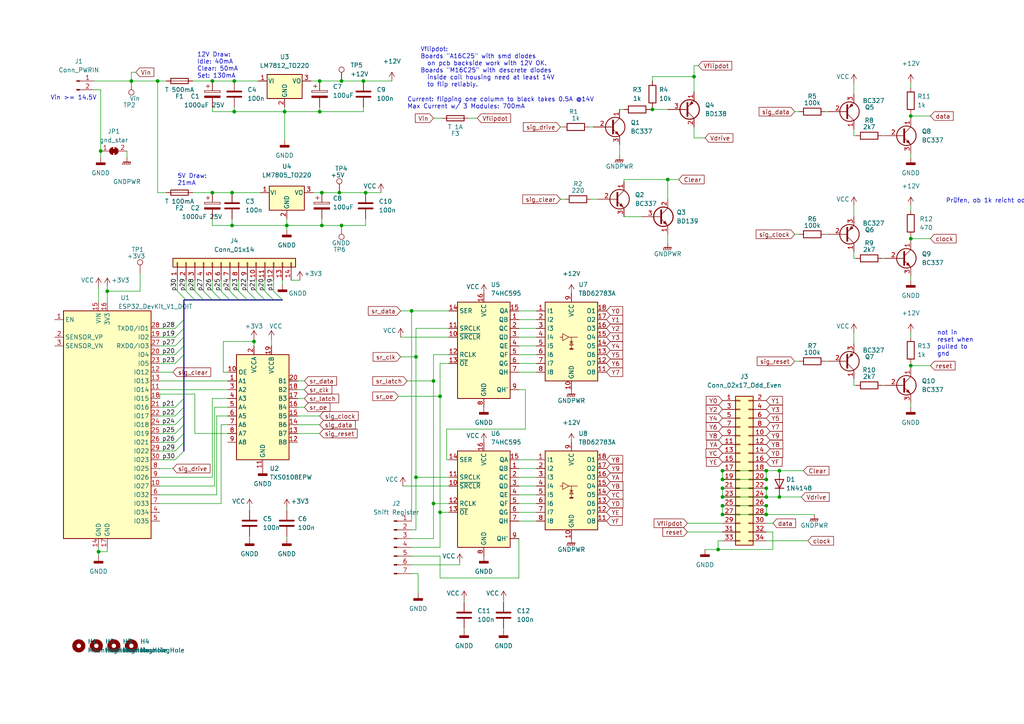
<source format=kicad_sch>
(kicad_sch (version 20211123) (generator eeschema)

  (uuid 80d89bc8-b809-4e58-bc5a-ab4fd0a46070)

  (paper "A4")

  

  (junction (at 67.31 65.405) (diameter 0) (color 0 0 0 0)
    (uuid 03d61a2b-abcd-4e97-a837-d1ebd4aa3d02)
  )
  (junction (at 61.595 23.495) (diameter 0) (color 0 0 0 0)
    (uuid 0a0d72ae-d11c-47d2-bf2c-107871a79d29)
  )
  (junction (at 99.06 23.495) (diameter 0) (color 0 0 0 0)
    (uuid 0bd68cfc-25fe-421f-9238-cc3891cc55d7)
  )
  (junction (at 209.55 136.525) (diameter 0) (color 0 0 0 0)
    (uuid 0ee9a6f9-733b-4eb5-9097-da08b625f4d0)
  )
  (junction (at 264.16 106.045) (diameter 0) (color 0 0 0 0)
    (uuid 1580fbc7-38b8-47f3-9bfd-55124a0fb65a)
  )
  (junction (at 209.55 144.145) (diameter 0) (color 0 0 0 0)
    (uuid 161a10ee-7b22-47c9-9e9c-53f177f13872)
  )
  (junction (at 93.345 55.88) (diameter 0) (color 0 0 0 0)
    (uuid 1674c21c-f029-4156-9d33-2a2e5a380493)
  )
  (junction (at 222.25 149.225) (diameter 0) (color 0 0 0 0)
    (uuid 18c71b36-e024-46e8-a54a-c9e48fc26834)
  )
  (junction (at 61.595 55.88) (diameter 0) (color 0 0 0 0)
    (uuid 2300b859-a34e-497a-b2f3-8add8d046207)
  )
  (junction (at 209.55 141.605) (diameter 0) (color 0 0 0 0)
    (uuid 262c933e-72b6-4ba0-8ef7-b5b9c2407842)
  )
  (junction (at 125.73 146.05) (diameter 0) (color 0 0 0 0)
    (uuid 29a95051-0792-43f5-b2ee-edadcea3d6e1)
  )
  (junction (at 82.55 32.385) (diameter 0) (color 0 0 0 0)
    (uuid 29ea344a-3b9f-4d88-9599-a366f70a516d)
  )
  (junction (at 38.1 23.495) (diameter 0) (color 0 0 0 0)
    (uuid 2cb6c0df-bad4-435b-a872-ea8a2a54cdc7)
  )
  (junction (at 193.675 52.07) (diameter 0) (color 0 0 0 0)
    (uuid 31e57640-6623-442a-b674-48bc3b40ca71)
  )
  (junction (at 222.25 136.525) (diameter 0) (color 0 0 0 0)
    (uuid 32d2e4c2-6947-4e2f-9e34-508e77d02374)
  )
  (junction (at 189.23 31.75) (diameter 0) (color 0 0 0 0)
    (uuid 3d62f834-74e4-468a-a15d-553824edaedd)
  )
  (junction (at 222.25 144.145) (diameter 0) (color 0 0 0 0)
    (uuid 44b5058c-a197-4b73-b41a-38e734a5e3eb)
  )
  (junction (at 264.16 33.655) (diameter 0) (color 0 0 0 0)
    (uuid 47a0f057-4773-4f4c-9d58-68e0aa1f0d84)
  )
  (junction (at 120.65 138.43) (diameter 0) (color 0 0 0 0)
    (uuid 4fdc15c2-b25a-44d1-b5ef-569144e9b4c9)
  )
  (junction (at 67.945 32.385) (diameter 0) (color 0 0 0 0)
    (uuid 56dc401e-3e88-4ea1-a5a0-a9568b75be97)
  )
  (junction (at 209.55 146.685) (diameter 0) (color 0 0 0 0)
    (uuid 662aa996-ff67-4eba-93ee-57ffc8d1630b)
  )
  (junction (at 92.71 23.495) (diameter 0) (color 0 0 0 0)
    (uuid 6815f41c-593b-43b0-9179-ba5a1b3741f8)
  )
  (junction (at 92.71 32.385) (diameter 0) (color 0 0 0 0)
    (uuid 70d2a342-79ba-4299-bac6-66851fc9598d)
  )
  (junction (at 209.55 149.225) (diameter 0) (color 0 0 0 0)
    (uuid 71b08e21-22a5-44a8-b29b-5c553d5a1a83)
  )
  (junction (at 222.25 139.065) (diameter 0) (color 0 0 0 0)
    (uuid 74308b4c-b926-4f71-a496-f43c340efb08)
  )
  (junction (at 29.21 43.815) (diameter 0) (color 0 0 0 0)
    (uuid 7565d38a-47ae-492d-aa2d-71ec9545c80f)
  )
  (junction (at 31.115 84.455) (diameter 0) (color 0 0 0 0)
    (uuid 7a0ce641-3e5f-435f-a773-931c3b1227ff)
  )
  (junction (at 93.345 65.405) (diameter 0) (color 0 0 0 0)
    (uuid 800df61a-c839-4ae2-9776-1c907dac8c19)
  )
  (junction (at 28.575 160.02) (diameter 0) (color 0 0 0 0)
    (uuid 8041ca59-ad9d-45e6-92de-4eaac532cf61)
  )
  (junction (at 226.06 144.145) (diameter 0) (color 0 0 0 0)
    (uuid 8510aa39-4c8f-46a4-b9e8-70869cf81d16)
  )
  (junction (at 125.73 110.49) (diameter 0) (color 0 0 0 0)
    (uuid 8e6813e0-724e-47e2-874c-9fc1828de9af)
  )
  (junction (at 67.945 23.495) (diameter 0) (color 0 0 0 0)
    (uuid 9140f8ef-b42b-491b-adca-37141dbefe8c)
  )
  (junction (at 73.66 99.06) (diameter 0) (color 0 0 0 0)
    (uuid 9f9f60ad-533a-44df-aa09-312f8817d3b2)
  )
  (junction (at 67.31 55.88) (diameter 0) (color 0 0 0 0)
    (uuid a3287ac3-eccb-4911-b32f-8fe846d3494e)
  )
  (junction (at 127.635 148.59) (diameter 0) (color 0 0 0 0)
    (uuid a5e8ce99-318a-4cb8-b020-c55886449336)
  )
  (junction (at 127.635 114.935) (diameter 0) (color 0 0 0 0)
    (uuid adac86a2-d060-40a4-8571-9fb35e3bb6b2)
  )
  (junction (at 99.06 65.405) (diameter 0) (color 0 0 0 0)
    (uuid b198b2d3-2370-4f1c-81e7-64453a1ac5b2)
  )
  (junction (at 83.185 65.405) (diameter 0) (color 0 0 0 0)
    (uuid b36f3659-8959-45bf-a984-dd34ffb12e95)
  )
  (junction (at 209.55 139.065) (diameter 0) (color 0 0 0 0)
    (uuid bb220b4e-1f14-461e-b9e5-cd475f011c41)
  )
  (junction (at 120.65 103.505) (diameter 0) (color 0 0 0 0)
    (uuid bd9d809b-2c43-449d-a4e3-77e2e87763da)
  )
  (junction (at 222.25 146.685) (diameter 0) (color 0 0 0 0)
    (uuid c68a64ca-7dc5-4a86-aa51-353d74916d24)
  )
  (junction (at 106.045 55.88) (diameter 0) (color 0 0 0 0)
    (uuid c6d7d5ca-ee84-4a75-a850-af840f3d2d00)
  )
  (junction (at 201.295 22.225) (diameter 0) (color 0 0 0 0)
    (uuid cc338c22-e0af-458c-bdbc-32a8e93a8314)
  )
  (junction (at 264.16 69.215) (diameter 0) (color 0 0 0 0)
    (uuid cdd83089-470f-41ea-b88a-ff3dcbbfe16c)
  )
  (junction (at 98.425 55.88) (diameter 0) (color 0 0 0 0)
    (uuid ced0c5a3-f0f8-4d7b-9e99-76ea11f94bdb)
  )
  (junction (at 208.28 159.385) (diameter 0) (color 0 0 0 0)
    (uuid d3216c8a-1736-4439-8053-e7f15f85ecb0)
  )
  (junction (at 222.25 141.605) (diameter 0) (color 0 0 0 0)
    (uuid e14abb2a-f63c-43d6-83da-9affc0987943)
  )
  (junction (at 45.72 23.495) (diameter 0) (color 0 0 0 0)
    (uuid e8b499cc-63d4-418d-a0e3-3b0edcbf0124)
  )
  (junction (at 226.06 136.525) (diameter 0) (color 0 0 0 0)
    (uuid ebaee278-ea46-443c-b535-95069f8a9fef)
  )
  (junction (at 105.41 23.495) (diameter 0) (color 0 0 0 0)
    (uuid f4849bb7-199f-4377-899e-5661ecacab0f)
  )
  (junction (at 119.38 90.17) (diameter 0) (color 0 0 0 0)
    (uuid f960ce81-67e2-423d-a71d-8a3a2640c64f)
  )

  (bus_entry (at 66.675 84.455) (size 2.54 2.54)
    (stroke (width 0) (type default) (color 0 0 0 0))
    (uuid 04148c71-71ce-4041-999d-20153f062f9d)
  )
  (bus_entry (at 50.8 120.65) (size 2.54 -2.54)
    (stroke (width 0) (type default) (color 0 0 0 0))
    (uuid 16f962ef-c344-43be-9173-8eba7de9af3b)
  )
  (bus_entry (at 51.435 84.455) (size 2.54 2.54)
    (stroke (width 0) (type default) (color 0 0 0 0))
    (uuid 1e6c9b44-4b11-4f07-99a9-a3d3abd549db)
  )
  (bus_entry (at 50.8 100.33) (size 2.54 -2.54)
    (stroke (width 0) (type default) (color 0 0 0 0))
    (uuid 2b44aaff-3fcf-4823-884b-f1568b48c593)
  )
  (bus_entry (at 50.8 125.73) (size 2.54 -2.54)
    (stroke (width 0) (type default) (color 0 0 0 0))
    (uuid 2df2455e-9eb8-4cc1-9d3e-f7137bdda935)
  )
  (bus_entry (at 50.8 95.25) (size 2.54 -2.54)
    (stroke (width 0) (type default) (color 0 0 0 0))
    (uuid 4be2a4bf-c53b-4c60-8d14-c7bf323b9a00)
  )
  (bus_entry (at 56.515 84.455) (size 2.54 2.54)
    (stroke (width 0) (type default) (color 0 0 0 0))
    (uuid 4e4728af-77de-4b97-8a5a-0811510e8fb4)
  )
  (bus_entry (at 59.055 84.455) (size 2.54 2.54)
    (stroke (width 0) (type default) (color 0 0 0 0))
    (uuid 5c1902b1-194f-4409-8fcc-f6da96c6a3ef)
  )
  (bus_entry (at 50.8 102.87) (size 2.54 -2.54)
    (stroke (width 0) (type default) (color 0 0 0 0))
    (uuid 63829218-237e-4f54-96fe-92c3b374dde9)
  )
  (bus_entry (at 53.975 84.455) (size 2.54 2.54)
    (stroke (width 0) (type default) (color 0 0 0 0))
    (uuid 63b6b2f6-b9a2-4fd4-b5a3-5276771306a2)
  )
  (bus_entry (at 50.8 128.27) (size 2.54 -2.54)
    (stroke (width 0) (type default) (color 0 0 0 0))
    (uuid 646b9e0d-719f-4eda-a586-b4193b804cd5)
  )
  (bus_entry (at 50.8 118.11) (size 2.54 -2.54)
    (stroke (width 0) (type default) (color 0 0 0 0))
    (uuid 6b8986c1-07f1-4e06-a877-73a82af75c4f)
  )
  (bus_entry (at 79.375 84.455) (size 2.54 2.54)
    (stroke (width 0) (type default) (color 0 0 0 0))
    (uuid 8818fd24-a7a4-4c2d-a4c8-8330947b0634)
  )
  (bus_entry (at 74.295 84.455) (size 2.54 2.54)
    (stroke (width 0) (type default) (color 0 0 0 0))
    (uuid 905b8e8c-4587-4804-808c-a04b607717b8)
  )
  (bus_entry (at 50.8 133.35) (size 2.54 -2.54)
    (stroke (width 0) (type default) (color 0 0 0 0))
    (uuid 91522fa8-46b8-4169-998b-f2ae4f2bdfda)
  )
  (bus_entry (at 71.755 84.455) (size 2.54 2.54)
    (stroke (width 0) (type default) (color 0 0 0 0))
    (uuid 9a87a735-eb78-44cb-8753-4d9a01580ec8)
  )
  (bus_entry (at 50.8 130.81) (size 2.54 -2.54)
    (stroke (width 0) (type default) (color 0 0 0 0))
    (uuid 9ea1e78f-04c2-4ab1-80e0-9b3d7d95fc32)
  )
  (bus_entry (at 50.8 105.41) (size 2.54 -2.54)
    (stroke (width 0) (type default) (color 0 0 0 0))
    (uuid aeed1488-0bed-485b-8884-22601f364dc6)
  )
  (bus_entry (at 69.215 84.455) (size 2.54 2.54)
    (stroke (width 0) (type default) (color 0 0 0 0))
    (uuid ca168890-f616-410e-94c5-d843ef4115b9)
  )
  (bus_entry (at 61.595 84.455) (size 2.54 2.54)
    (stroke (width 0) (type default) (color 0 0 0 0))
    (uuid cb75d2bd-7fc8-42bc-a424-ae5c27bc76a0)
  )
  (bus_entry (at 50.8 97.79) (size 2.54 -2.54)
    (stroke (width 0) (type default) (color 0 0 0 0))
    (uuid ced995b5-6120-45b2-92fb-e77b0ef1c20f)
  )
  (bus_entry (at 50.8 123.19) (size 2.54 -2.54)
    (stroke (width 0) (type default) (color 0 0 0 0))
    (uuid e35e24f6-c362-46cc-807e-e2d1113e23b7)
  )
  (bus_entry (at 76.835 84.455) (size 2.54 2.54)
    (stroke (width 0) (type default) (color 0 0 0 0))
    (uuid e744fd29-c551-4a06-a446-f15915faf097)
  )
  (bus_entry (at 64.135 84.455) (size 2.54 2.54)
    (stroke (width 0) (type default) (color 0 0 0 0))
    (uuid fa2f3bf6-5820-44d2-9a16-5ab333c166d8)
  )

  (wire (pts (xy 120.65 153.67) (xy 119.38 153.67))
    (stroke (width 0) (type default) (color 0 0 0 0))
    (uuid 0171ab37-7acd-429a-a7da-7212daaf2961)
  )
  (wire (pts (xy 264.16 44.45) (xy 264.16 45.72))
    (stroke (width 0) (type default) (color 0 0 0 0))
    (uuid 018515c2-03e3-4de5-b13c-c0a4c0fd29ca)
  )
  (wire (pts (xy 86.36 113.03) (xy 88.265 113.03))
    (stroke (width 0) (type default) (color 0 0 0 0))
    (uuid 018da33a-ad14-407e-9df6-60b687972890)
  )
  (wire (pts (xy 86.36 123.19) (xy 92.71 123.19))
    (stroke (width 0) (type default) (color 0 0 0 0))
    (uuid 01ed6396-b8da-4070-878e-5ccc8dc9c875)
  )
  (wire (pts (xy 127.635 114.935) (xy 127.635 105.41))
    (stroke (width 0) (type default) (color 0 0 0 0))
    (uuid 028c11de-cc03-472d-8e08-3e2278c237d1)
  )
  (wire (pts (xy 116.205 103.505) (xy 120.65 103.505))
    (stroke (width 0) (type default) (color 0 0 0 0))
    (uuid 033e5e43-2be3-44a2-8a71-a604c3ee65c4)
  )
  (wire (pts (xy 133.35 163.83) (xy 133.35 163.195))
    (stroke (width 0) (type default) (color 0 0 0 0))
    (uuid 04a79605-9b48-4618-a006-72d0e7aa32ff)
  )
  (wire (pts (xy 127.635 158.75) (xy 127.635 148.59))
    (stroke (width 0) (type default) (color 0 0 0 0))
    (uuid 060a8235-4c3c-4603-ae24-4dc4232f7bfc)
  )
  (wire (pts (xy 64.135 146.05) (xy 64.135 123.19))
    (stroke (width 0) (type default) (color 0 0 0 0))
    (uuid 06bc59f1-1e4a-4d6d-b751-03b15a03be04)
  )
  (wire (pts (xy 92.71 32.385) (xy 82.55 32.385))
    (stroke (width 0) (type default) (color 0 0 0 0))
    (uuid 06c757dd-648c-4831-a5bf-b09ce6c877c0)
  )
  (wire (pts (xy 73.66 99.06) (xy 64.77 99.06))
    (stroke (width 0) (type default) (color 0 0 0 0))
    (uuid 073ecde1-b64a-4225-81ac-5f4bee4b2ae3)
  )
  (wire (pts (xy 72.39 155.575) (xy 72.39 156.21))
    (stroke (width 0) (type default) (color 0 0 0 0))
    (uuid 0b01debe-59bd-4aa4-af84-8e6bb8018975)
  )
  (wire (pts (xy 150.495 140.97) (xy 155.575 140.97))
    (stroke (width 0) (type default) (color 0 0 0 0))
    (uuid 0b8644da-6c48-459b-81f4-0d15cfb97cab)
  )
  (wire (pts (xy 92.71 23.495) (xy 99.06 23.495))
    (stroke (width 0) (type default) (color 0 0 0 0))
    (uuid 0bc3de64-b131-4968-9781-4bbd628c0f2a)
  )
  (wire (pts (xy 248.285 39.37) (xy 247.65 39.37))
    (stroke (width 0) (type default) (color 0 0 0 0))
    (uuid 0bf0b103-982b-4edb-8f3c-31b39c59173e)
  )
  (wire (pts (xy 61.595 32.385) (xy 61.595 31.115))
    (stroke (width 0) (type default) (color 0 0 0 0))
    (uuid 0bf99f6b-d6b1-4e85-977b-1eb74d487d62)
  )
  (wire (pts (xy 189.23 31.115) (xy 189.23 31.75))
    (stroke (width 0) (type default) (color 0 0 0 0))
    (uuid 0cd8465a-20a9-428e-a805-78b75348686f)
  )
  (wire (pts (xy 130.175 102.87) (xy 125.73 102.87))
    (stroke (width 0) (type default) (color 0 0 0 0))
    (uuid 0cdf8d28-c281-49de-8dce-5641a535029f)
  )
  (wire (pts (xy 62.865 120.65) (xy 62.865 143.51))
    (stroke (width 0) (type default) (color 0 0 0 0))
    (uuid 0ce30d4a-98ca-4f44-9194-9c4d52de1ec4)
  )
  (wire (pts (xy 86.36 110.49) (xy 88.265 110.49))
    (stroke (width 0) (type default) (color 0 0 0 0))
    (uuid 0d36ac52-396e-48e3-8392-93f9612cc854)
  )
  (wire (pts (xy 248.285 74.93) (xy 247.65 74.93))
    (stroke (width 0) (type default) (color 0 0 0 0))
    (uuid 0ed40224-3214-4204-b4dc-4d82d2408c00)
  )
  (wire (pts (xy 83.185 65.405) (xy 83.185 66.675))
    (stroke (width 0) (type default) (color 0 0 0 0))
    (uuid 10331b36-1e2d-49e5-8557-8a253a513ff9)
  )
  (wire (pts (xy 99.06 65.405) (xy 93.345 65.405))
    (stroke (width 0) (type default) (color 0 0 0 0))
    (uuid 103b02c5-81ee-45b5-b2c7-46b659b0aa56)
  )
  (wire (pts (xy 67.945 32.385) (xy 61.595 32.385))
    (stroke (width 0) (type default) (color 0 0 0 0))
    (uuid 1053d421-e340-4f03-a5a1-a855dac6fffd)
  )
  (wire (pts (xy 31.115 84.455) (xy 31.115 87.63))
    (stroke (width 0) (type default) (color 0 0 0 0))
    (uuid 10acd3a6-f2b2-4c66-a9bf-c4fbb84a9a90)
  )
  (bus (pts (xy 66.675 86.995) (xy 69.215 86.995))
    (stroke (width 0) (type default) (color 0 0 0 0))
    (uuid 17a32496-0d79-420b-bc4c-e9efebe02dab)
  )

  (wire (pts (xy 36.83 43.815) (xy 36.83 45.72))
    (stroke (width 0) (type default) (color 0 0 0 0))
    (uuid 17a8d555-3988-483a-8a2a-6e94db2fbf51)
  )
  (wire (pts (xy 264.16 116.84) (xy 264.16 118.11))
    (stroke (width 0) (type default) (color 0 0 0 0))
    (uuid 1ad1ee19-6da4-42de-9355-7e382a2cbdb4)
  )
  (wire (pts (xy 201.295 26.67) (xy 201.295 22.225))
    (stroke (width 0) (type default) (color 0 0 0 0))
    (uuid 1afcbe6c-1b42-494c-9f7a-d115602d9a9a)
  )
  (wire (pts (xy 118.11 110.49) (xy 125.73 110.49))
    (stroke (width 0) (type default) (color 0 0 0 0))
    (uuid 1bc588c6-924b-448a-a2a8-213258a41d82)
  )
  (wire (pts (xy 226.06 144.145) (xy 232.41 144.145))
    (stroke (width 0) (type default) (color 0 0 0 0))
    (uuid 1c50113e-3b89-42ea-b455-5213e5ee1482)
  )
  (wire (pts (xy 264.16 33.655) (xy 264.16 34.29))
    (stroke (width 0) (type default) (color 0 0 0 0))
    (uuid 1d48afd6-512a-495b-a043-15e44e76246e)
  )
  (bus (pts (xy 74.295 86.995) (xy 76.835 86.995))
    (stroke (width 0) (type default) (color 0 0 0 0))
    (uuid 1d6eccb7-dc74-4a0c-bd25-161f662d1c6c)
  )

  (wire (pts (xy 150.495 146.05) (xy 155.575 146.05))
    (stroke (width 0) (type default) (color 0 0 0 0))
    (uuid 1e8b3a30-e213-46e6-a855-309d5dc769a5)
  )
  (wire (pts (xy 83.185 63.5) (xy 83.185 65.405))
    (stroke (width 0) (type default) (color 0 0 0 0))
    (uuid 1f9c38f6-3cc6-4b48-b086-4be23ad5fe90)
  )
  (wire (pts (xy 247.65 24.13) (xy 247.65 27.305))
    (stroke (width 0) (type default) (color 0 0 0 0))
    (uuid 216326a2-8477-4b52-863f-684539c94e1b)
  )
  (wire (pts (xy 239.395 32.385) (xy 240.03 32.385))
    (stroke (width 0) (type default) (color 0 0 0 0))
    (uuid 2281516c-12c6-4f71-a4d7-1c10a4eb045f)
  )
  (wire (pts (xy 40.64 84.455) (xy 31.115 84.455))
    (stroke (width 0) (type default) (color 0 0 0 0))
    (uuid 23782758-29b6-402c-ad29-a1d0a5a77ebe)
  )
  (bus (pts (xy 61.595 86.995) (xy 64.135 86.995))
    (stroke (width 0) (type default) (color 0 0 0 0))
    (uuid 24c31193-25b9-479a-bbc4-c325a6381580)
  )

  (wire (pts (xy 163.195 36.83) (xy 162.56 36.83))
    (stroke (width 0) (type default) (color 0 0 0 0))
    (uuid 24f3323b-ff04-4161-991f-3de863941c4b)
  )
  (wire (pts (xy 61.595 63.5) (xy 61.595 65.405))
    (stroke (width 0) (type default) (color 0 0 0 0))
    (uuid 265ecac5-9499-43ab-99bc-5c72917e4ca4)
  )
  (wire (pts (xy 46.355 138.43) (xy 61.595 138.43))
    (stroke (width 0) (type default) (color 0 0 0 0))
    (uuid 269fc16b-a1ed-4714-a09f-07f0146a81a3)
  )
  (bus (pts (xy 53.34 102.87) (xy 53.34 115.57))
    (stroke (width 0) (type default) (color 0 0 0 0))
    (uuid 2870bf74-486d-491c-a9d8-da55e9465a57)
  )

  (wire (pts (xy 66.04 115.57) (xy 61.595 115.57))
    (stroke (width 0) (type default) (color 0 0 0 0))
    (uuid 29b7491b-11c6-4b03-8086-840cba8b3520)
  )
  (wire (pts (xy 150.495 92.71) (xy 155.575 92.71))
    (stroke (width 0) (type default) (color 0 0 0 0))
    (uuid 29eab619-690f-40eb-9cc2-f91e8d04312a)
  )
  (wire (pts (xy 150.495 133.35) (xy 155.575 133.35))
    (stroke (width 0) (type default) (color 0 0 0 0))
    (uuid 2a8b1789-6de2-4c22-b310-1a13f445ea38)
  )
  (wire (pts (xy 189.23 31.75) (xy 193.675 31.75))
    (stroke (width 0) (type default) (color 0 0 0 0))
    (uuid 2bd17819-1de8-42fb-8a2c-cbf38026b94d)
  )
  (wire (pts (xy 46.355 97.79) (xy 50.8 97.79))
    (stroke (width 0) (type default) (color 0 0 0 0))
    (uuid 2c8c5ba8-dedf-403c-87f0-db35dfa4aa9f)
  )
  (wire (pts (xy 39.37 20.955) (xy 38.1 20.955))
    (stroke (width 0) (type default) (color 0 0 0 0))
    (uuid 2d083d33-5a5b-4490-a829-b4ba31c3d35a)
  )
  (wire (pts (xy 55.88 23.495) (xy 61.595 23.495))
    (stroke (width 0) (type default) (color 0 0 0 0))
    (uuid 2ddf7b00-4d0e-429a-8abe-2cda07c07b43)
  )
  (wire (pts (xy 90.805 55.88) (xy 93.345 55.88))
    (stroke (width 0) (type default) (color 0 0 0 0))
    (uuid 2edb418f-c7a3-4348-9757-d7ddf42b2325)
  )
  (wire (pts (xy 106.045 63.5) (xy 106.045 65.405))
    (stroke (width 0) (type default) (color 0 0 0 0))
    (uuid 2ff923a5-3e65-4c5b-a8da-a3d43df967d8)
  )
  (wire (pts (xy 69.215 81.28) (xy 69.215 84.455))
    (stroke (width 0) (type default) (color 0 0 0 0))
    (uuid 30da61d0-a812-434d-8743-6db638fd2826)
  )
  (wire (pts (xy 28.575 83.185) (xy 28.575 87.63))
    (stroke (width 0) (type default) (color 0 0 0 0))
    (uuid 312cb0c0-832a-432b-9ccf-92cc754f3d3c)
  )
  (bus (pts (xy 76.835 86.995) (xy 79.375 86.995))
    (stroke (width 0) (type default) (color 0 0 0 0))
    (uuid 34cbfd8f-f93f-4036-9dde-36ec915cfa65)
  )

  (wire (pts (xy 171.45 57.785) (xy 173.355 57.785))
    (stroke (width 0) (type default) (color 0 0 0 0))
    (uuid 34d234de-1b5f-432a-b5e8-57ee0e449662)
  )
  (wire (pts (xy 127.635 161.29) (xy 119.38 161.29))
    (stroke (width 0) (type default) (color 0 0 0 0))
    (uuid 368a786f-fcca-47f1-a18a-072f5369c5b5)
  )
  (wire (pts (xy 67.31 65.405) (xy 83.185 65.405))
    (stroke (width 0) (type default) (color 0 0 0 0))
    (uuid 37624d33-07e9-437d-ba18-bd2647cb98f3)
  )
  (wire (pts (xy 73.66 98.425) (xy 73.66 99.06))
    (stroke (width 0) (type default) (color 0 0 0 0))
    (uuid 380110a9-c9fd-490c-a19f-2af95e767a3c)
  )
  (wire (pts (xy 222.25 156.845) (xy 234.315 156.845))
    (stroke (width 0) (type default) (color 0 0 0 0))
    (uuid 382416ee-92db-493d-81a9-9aaca4dcef3e)
  )
  (wire (pts (xy 239.395 67.945) (xy 240.03 67.945))
    (stroke (width 0) (type default) (color 0 0 0 0))
    (uuid 3898a68d-02e5-4501-84ff-a6ae08f790de)
  )
  (wire (pts (xy 83.185 147.32) (xy 83.185 147.955))
    (stroke (width 0) (type default) (color 0 0 0 0))
    (uuid 397bec90-e045-4d8a-9136-1f2939d4914a)
  )
  (wire (pts (xy 119.38 166.37) (xy 121.285 166.37))
    (stroke (width 0) (type default) (color 0 0 0 0))
    (uuid 3bbe7b9f-84c8-463f-a25c-db7e81a9de65)
  )
  (wire (pts (xy 127.635 148.59) (xy 127.635 114.935))
    (stroke (width 0) (type default) (color 0 0 0 0))
    (uuid 3bbf68ea-7ed7-41fa-ab37-bac2a0b6cdcf)
  )
  (wire (pts (xy 62.23 118.11) (xy 66.04 118.11))
    (stroke (width 0) (type default) (color 0 0 0 0))
    (uuid 3c68a9f5-e5e4-4fb5-8485-d346ab9df0a4)
  )
  (bus (pts (xy 56.515 86.995) (xy 59.055 86.995))
    (stroke (width 0) (type default) (color 0 0 0 0))
    (uuid 3ce4601b-29de-47df-8a69-b5231fc011a9)
  )

  (wire (pts (xy 106.045 55.88) (xy 110.49 55.88))
    (stroke (width 0) (type default) (color 0 0 0 0))
    (uuid 3d42c53d-63e5-4e4c-9b19-6db8f302d5ce)
  )
  (wire (pts (xy 224.155 159.385) (xy 208.28 159.385))
    (stroke (width 0) (type default) (color 0 0 0 0))
    (uuid 3d7ab83e-571c-4c95-baf0-e150a9f110dc)
  )
  (wire (pts (xy 46.355 146.05) (xy 64.135 146.05))
    (stroke (width 0) (type default) (color 0 0 0 0))
    (uuid 3f92db0e-37e8-4e6b-8ddb-77f86a17cfa8)
  )
  (wire (pts (xy 152.4 124.46) (xy 129.54 124.46))
    (stroke (width 0) (type default) (color 0 0 0 0))
    (uuid 3fe9a48b-78df-437a-8e66-5eedbd0469ad)
  )
  (wire (pts (xy 46.355 125.73) (xy 50.8 125.73))
    (stroke (width 0) (type default) (color 0 0 0 0))
    (uuid 422220f6-424a-47c5-93ce-d8f9930cb280)
  )
  (wire (pts (xy 264.16 96.52) (xy 264.16 97.79))
    (stroke (width 0) (type default) (color 0 0 0 0))
    (uuid 4236ef43-ec1a-45ad-be89-091257bfcc41)
  )
  (wire (pts (xy 46.355 105.41) (xy 50.8 105.41))
    (stroke (width 0) (type default) (color 0 0 0 0))
    (uuid 44622396-eff3-4225-958d-efc09cc7a6cd)
  )
  (wire (pts (xy 93.345 55.88) (xy 98.425 55.88))
    (stroke (width 0) (type default) (color 0 0 0 0))
    (uuid 46b09a85-042b-4d6a-8ba0-a7b9fa7f3c3b)
  )
  (wire (pts (xy 61.595 55.88) (xy 67.31 55.88))
    (stroke (width 0) (type default) (color 0 0 0 0))
    (uuid 46ee6bd4-13c7-46a5-b915-8cad87229b73)
  )
  (wire (pts (xy 255.905 74.93) (xy 256.54 74.93))
    (stroke (width 0) (type default) (color 0 0 0 0))
    (uuid 47c27c37-a56d-4a02-a656-4f1b3991cd61)
  )
  (wire (pts (xy 222.25 149.225) (xy 236.22 149.225))
    (stroke (width 0) (type default) (color 0 0 0 0))
    (uuid 47c3290a-9e30-48db-b33d-c84034fcef6a)
  )
  (wire (pts (xy 230.505 32.385) (xy 231.775 32.385))
    (stroke (width 0) (type default) (color 0 0 0 0))
    (uuid 4ba71937-e3d3-4510-af40-ec8e5b6c6d70)
  )
  (bus (pts (xy 53.34 95.25) (xy 53.34 97.79))
    (stroke (width 0) (type default) (color 0 0 0 0))
    (uuid 4c1c1971-bc40-4e68-98f1-4b0a335f6da5)
  )

  (wire (pts (xy 66.675 81.28) (xy 66.675 84.455))
    (stroke (width 0) (type default) (color 0 0 0 0))
    (uuid 4c28aaf2-a894-43be-8eac-be305abd5a24)
  )
  (bus (pts (xy 53.34 86.995) (xy 53.975 86.995))
    (stroke (width 0) (type default) (color 0 0 0 0))
    (uuid 4df60d1c-8446-48ab-8b1a-4fdd42c6c60a)
  )

  (wire (pts (xy 134.62 182.245) (xy 134.62 182.88))
    (stroke (width 0) (type default) (color 0 0 0 0))
    (uuid 5177750f-571c-4f6b-a308-cd29b5a4c5aa)
  )
  (wire (pts (xy 119.38 158.75) (xy 127.635 158.75))
    (stroke (width 0) (type default) (color 0 0 0 0))
    (uuid 51ab0f02-00d8-481a-8497-e42db0a857a0)
  )
  (bus (pts (xy 53.34 97.79) (xy 53.34 100.33))
    (stroke (width 0) (type default) (color 0 0 0 0))
    (uuid 51d33306-b7d8-4396-bff6-dd4c8fa35955)
  )

  (wire (pts (xy 264.16 59.69) (xy 264.16 60.96))
    (stroke (width 0) (type default) (color 0 0 0 0))
    (uuid 52e4bd15-3e6c-41b2-b4a2-7f2c0ec17451)
  )
  (wire (pts (xy 125.73 110.49) (xy 125.73 146.05))
    (stroke (width 0) (type default) (color 0 0 0 0))
    (uuid 5437e978-e155-4251-be05-1f8f1da457ff)
  )
  (wire (pts (xy 45.72 55.88) (xy 48.26 55.88))
    (stroke (width 0) (type default) (color 0 0 0 0))
    (uuid 55b2f02e-86b7-4438-bb56-53252363e756)
  )
  (bus (pts (xy 53.34 128.27) (xy 53.34 130.81))
    (stroke (width 0) (type default) (color 0 0 0 0))
    (uuid 55c9fdf7-89a2-43fd-9d57-773309a5fe77)
  )

  (wire (pts (xy 180.975 62.865) (xy 186.055 62.865))
    (stroke (width 0) (type default) (color 0 0 0 0))
    (uuid 56cc0992-caaa-4886-b3a0-83569530e5fd)
  )
  (wire (pts (xy 46.355 120.65) (xy 50.8 120.65))
    (stroke (width 0) (type default) (color 0 0 0 0))
    (uuid 578e77a4-9854-44a3-898c-dcf7580607fd)
  )
  (wire (pts (xy 51.435 81.28) (xy 51.435 84.455))
    (stroke (width 0) (type default) (color 0 0 0 0))
    (uuid 580f8b73-cf6d-4efd-b76f-681a86d55fe8)
  )
  (wire (pts (xy 150.495 97.79) (xy 155.575 97.79))
    (stroke (width 0) (type default) (color 0 0 0 0))
    (uuid 5898dbdf-9a1b-4f4c-b476-84e70029b143)
  )
  (wire (pts (xy 222.25 151.765) (xy 224.155 151.765))
    (stroke (width 0) (type default) (color 0 0 0 0))
    (uuid 590b9b69-fddf-4bb0-97b9-514d4d5361b7)
  )
  (wire (pts (xy 209.55 139.065) (xy 222.25 139.065))
    (stroke (width 0) (type default) (color 0 0 0 0))
    (uuid 595e677f-ac79-4337-a30d-5791a17105ba)
  )
  (wire (pts (xy 82.55 32.385) (xy 67.945 32.385))
    (stroke (width 0) (type default) (color 0 0 0 0))
    (uuid 5a5ff805-77b4-4bff-9d87-bdd612c244af)
  )
  (wire (pts (xy 79.375 81.28) (xy 79.375 84.455))
    (stroke (width 0) (type default) (color 0 0 0 0))
    (uuid 5ae9709f-7043-4f01-b8d7-74bcb340536f)
  )
  (wire (pts (xy 209.55 136.525) (xy 209.55 139.065))
    (stroke (width 0) (type default) (color 0 0 0 0))
    (uuid 5ba91c52-00e1-4a15-8118-4fb044fd7750)
  )
  (wire (pts (xy 46.355 114.3) (xy 56.515 114.3))
    (stroke (width 0) (type default) (color 0 0 0 0))
    (uuid 5c7b2ec0-eafc-4096-890e-b6fbf3ae7005)
  )
  (wire (pts (xy 180.975 52.07) (xy 180.975 52.705))
    (stroke (width 0) (type default) (color 0 0 0 0))
    (uuid 5daf7a98-fd2c-4c75-acf8-45bdfe325cd8)
  )
  (bus (pts (xy 53.34 118.11) (xy 53.34 120.65))
    (stroke (width 0) (type default) (color 0 0 0 0))
    (uuid 5dc5de1b-ff31-492f-a95d-87c3a8d4e878)
  )

  (wire (pts (xy 46.355 128.27) (xy 50.8 128.27))
    (stroke (width 0) (type default) (color 0 0 0 0))
    (uuid 5e0f8a89-0aba-4e26-a86b-f5f65e07e6ee)
  )
  (wire (pts (xy 224.155 154.305) (xy 224.155 159.385))
    (stroke (width 0) (type default) (color 0 0 0 0))
    (uuid 5e868172-3b0f-454a-8563-e61f7c4a96a5)
  )
  (wire (pts (xy 150.495 107.95) (xy 155.575 107.95))
    (stroke (width 0) (type default) (color 0 0 0 0))
    (uuid 5e921594-9080-46cf-a6f9-5c882aa7cc89)
  )
  (wire (pts (xy 189.23 22.225) (xy 189.23 23.495))
    (stroke (width 0) (type default) (color 0 0 0 0))
    (uuid 5ee0e005-6265-484f-9888-1738e2b8623c)
  )
  (wire (pts (xy 46.355 143.51) (xy 62.865 143.51))
    (stroke (width 0) (type default) (color 0 0 0 0))
    (uuid 60442db8-a728-4082-95ae-faba7332ddf2)
  )
  (bus (pts (xy 53.34 120.65) (xy 53.34 123.19))
    (stroke (width 0) (type default) (color 0 0 0 0))
    (uuid 60592bb6-c33c-4f72-a331-527af5c20c2e)
  )

  (wire (pts (xy 264.16 69.215) (xy 264.16 69.85))
    (stroke (width 0) (type default) (color 0 0 0 0))
    (uuid 616a7bc1-6ce1-47b7-95ec-6141d1f9fa34)
  )
  (wire (pts (xy 106.045 65.405) (xy 99.06 65.405))
    (stroke (width 0) (type default) (color 0 0 0 0))
    (uuid 62228e7c-6ee0-4568-b2e9-0ae3033d5d12)
  )
  (wire (pts (xy 56.515 81.28) (xy 56.515 84.455))
    (stroke (width 0) (type default) (color 0 0 0 0))
    (uuid 62d494b6-1ea0-4c85-b8e7-224f44dd68fa)
  )
  (wire (pts (xy 209.55 141.605) (xy 222.25 141.605))
    (stroke (width 0) (type default) (color 0 0 0 0))
    (uuid 6443195e-942a-4781-9567-1dda5236a4ce)
  )
  (wire (pts (xy 29.21 26.035) (xy 27.305 26.035))
    (stroke (width 0) (type default) (color 0 0 0 0))
    (uuid 66205764-6d44-40a9-ab49-e9523492b6d3)
  )
  (wire (pts (xy 152.4 113.03) (xy 152.4 124.46))
    (stroke (width 0) (type default) (color 0 0 0 0))
    (uuid 67448d02-c24a-4fbd-86eb-62b4afaaf281)
  )
  (wire (pts (xy 38.1 23.495) (xy 45.72 23.495))
    (stroke (width 0) (type default) (color 0 0 0 0))
    (uuid 67b0d133-e14b-4b56-ad3d-b8acfd41fa33)
  )
  (wire (pts (xy 193.675 57.785) (xy 193.675 52.07))
    (stroke (width 0) (type default) (color 0 0 0 0))
    (uuid 67c4261e-1840-4307-a0ce-db8fec9bf59d)
  )
  (wire (pts (xy 46.355 135.89) (xy 50.165 135.89))
    (stroke (width 0) (type default) (color 0 0 0 0))
    (uuid 6818933f-696e-4b70-82de-b50bba43ab40)
  )
  (wire (pts (xy 125.73 102.87) (xy 125.73 110.49))
    (stroke (width 0) (type default) (color 0 0 0 0))
    (uuid 686e83b9-e037-49c8-ad11-c8c19317d5b9)
  )
  (wire (pts (xy 76.835 81.28) (xy 76.835 84.455))
    (stroke (width 0) (type default) (color 0 0 0 0))
    (uuid 69066c0c-7df7-447f-9cc6-00262c592e2d)
  )
  (wire (pts (xy 129.54 133.35) (xy 130.175 133.35))
    (stroke (width 0) (type default) (color 0 0 0 0))
    (uuid 6a278671-bb57-4d7f-93da-25ff82bbdce9)
  )
  (wire (pts (xy 230.505 104.775) (xy 231.775 104.775))
    (stroke (width 0) (type default) (color 0 0 0 0))
    (uuid 6a7581f1-19a0-44c2-b4ea-07d8e0fcccab)
  )
  (wire (pts (xy 105.41 32.385) (xy 92.71 32.385))
    (stroke (width 0) (type default) (color 0 0 0 0))
    (uuid 6b6a1787-eca0-44e3-bb15-f34a837dff7b)
  )
  (wire (pts (xy 222.25 141.605) (xy 222.25 144.145))
    (stroke (width 0) (type default) (color 0 0 0 0))
    (uuid 6b8df514-4e70-4053-b285-3466d197fa8e)
  )
  (wire (pts (xy 61.595 115.57) (xy 61.595 138.43))
    (stroke (width 0) (type default) (color 0 0 0 0))
    (uuid 6ba19dc2-dcae-4ffc-896d-cab4a78feb27)
  )
  (wire (pts (xy 31.115 83.185) (xy 31.115 84.455))
    (stroke (width 0) (type default) (color 0 0 0 0))
    (uuid 6cd6a7a3-8966-414b-860d-702e644cbd71)
  )
  (wire (pts (xy 46.355 133.35) (xy 50.8 133.35))
    (stroke (width 0) (type default) (color 0 0 0 0))
    (uuid 6ec4bf47-2245-40db-b93f-a05e37f166ab)
  )
  (bus (pts (xy 53.34 115.57) (xy 53.34 118.11))
    (stroke (width 0) (type default) (color 0 0 0 0))
    (uuid 6ec58241-e491-448b-a54d-1e883e545507)
  )
  (bus (pts (xy 71.755 86.995) (xy 74.295 86.995))
    (stroke (width 0) (type default) (color 0 0 0 0))
    (uuid 6eddd4a5-643a-4a2f-84e2-b700e3efbad7)
  )

  (wire (pts (xy 209.55 149.225) (xy 222.25 149.225))
    (stroke (width 0) (type default) (color 0 0 0 0))
    (uuid 6f403bf0-b994-491b-865a-1df4622b3495)
  )
  (wire (pts (xy 264.16 106.045) (xy 264.16 106.68))
    (stroke (width 0) (type default) (color 0 0 0 0))
    (uuid 6f73bfc6-5a4c-4dc2-a227-6de1aa837a5e)
  )
  (wire (pts (xy 46.355 123.19) (xy 50.8 123.19))
    (stroke (width 0) (type default) (color 0 0 0 0))
    (uuid 6f7845ec-1d42-4e21-bfeb-94aa6fde4f64)
  )
  (wire (pts (xy 67.31 63.5) (xy 67.31 65.405))
    (stroke (width 0) (type default) (color 0 0 0 0))
    (uuid 708cee4c-2a3c-48cd-a0eb-32d5a0f1ceff)
  )
  (wire (pts (xy 83.185 155.575) (xy 83.185 156.21))
    (stroke (width 0) (type default) (color 0 0 0 0))
    (uuid 70b436af-3a78-425e-99d8-c4b6cbcd7064)
  )
  (wire (pts (xy 71.755 81.28) (xy 71.755 84.455))
    (stroke (width 0) (type default) (color 0 0 0 0))
    (uuid 7143fcd3-8f53-4dbb-8215-eea0d297a15a)
  )
  (wire (pts (xy 84.455 81.28) (xy 86.995 81.28))
    (stroke (width 0) (type default) (color 0 0 0 0))
    (uuid 71c65492-f0d5-43b2-a753-9e7e7ff18fcd)
  )
  (wire (pts (xy 115.57 114.935) (xy 127.635 114.935))
    (stroke (width 0) (type default) (color 0 0 0 0))
    (uuid 7459d32d-f597-4b69-a493-d44c833c9173)
  )
  (wire (pts (xy 209.55 146.685) (xy 209.55 149.225))
    (stroke (width 0) (type default) (color 0 0 0 0))
    (uuid 7632e4cf-d494-4b4c-988c-45ae2ee45d4b)
  )
  (wire (pts (xy 264.16 33.02) (xy 264.16 33.655))
    (stroke (width 0) (type default) (color 0 0 0 0))
    (uuid 76ca19e4-abe4-4901-8b82-7c2c26e8bc13)
  )
  (wire (pts (xy 105.41 23.495) (xy 113.665 23.495))
    (stroke (width 0) (type default) (color 0 0 0 0))
    (uuid 783702b8-a19d-4c24-9f0d-bab179115366)
  )
  (bus (pts (xy 53.34 125.73) (xy 53.34 128.27))
    (stroke (width 0) (type default) (color 0 0 0 0))
    (uuid 7a377019-c029-41a3-b60c-0ff84c3dfc07)
  )
  (bus (pts (xy 79.375 86.995) (xy 81.915 86.995))
    (stroke (width 0) (type default) (color 0 0 0 0))
    (uuid 7ae33fb9-d8dc-4c46-b02d-24190f977085)
  )

  (wire (pts (xy 150.495 156.21) (xy 150.495 167.64))
    (stroke (width 0) (type default) (color 0 0 0 0))
    (uuid 7d0dfdb4-86c6-4d43-955e-e4a55b90e5c3)
  )
  (wire (pts (xy 40.64 79.375) (xy 40.64 84.455))
    (stroke (width 0) (type default) (color 0 0 0 0))
    (uuid 7eb13d2d-cd62-4721-a598-1290a4867e85)
  )
  (wire (pts (xy 150.495 138.43) (xy 155.575 138.43))
    (stroke (width 0) (type default) (color 0 0 0 0))
    (uuid 7eb96ad3-29fd-4b01-ba4f-5c1bb4e170e1)
  )
  (wire (pts (xy 134.62 173.99) (xy 134.62 174.625))
    (stroke (width 0) (type default) (color 0 0 0 0))
    (uuid 7ebf7075-7bdc-4f37-aab2-6bac1a336833)
  )
  (wire (pts (xy 99.06 23.495) (xy 105.41 23.495))
    (stroke (width 0) (type default) (color 0 0 0 0))
    (uuid 7f2e3854-4c0d-41e8-a91e-c14b523b197a)
  )
  (wire (pts (xy 150.495 100.33) (xy 155.575 100.33))
    (stroke (width 0) (type default) (color 0 0 0 0))
    (uuid 805df14c-dd12-4ea1-932f-320275d021fa)
  )
  (wire (pts (xy 179.705 41.91) (xy 179.705 45.085))
    (stroke (width 0) (type default) (color 0 0 0 0))
    (uuid 84f7265a-99ef-456f-9ac3-325fdeea13a4)
  )
  (wire (pts (xy 264.16 80.01) (xy 264.16 81.28))
    (stroke (width 0) (type default) (color 0 0 0 0))
    (uuid 850b879a-d6d9-45b5-8deb-79babffb8fe8)
  )
  (wire (pts (xy 90.17 23.495) (xy 92.71 23.495))
    (stroke (width 0) (type default) (color 0 0 0 0))
    (uuid 8521d2ea-1e6e-4355-b62e-45d892158a67)
  )
  (wire (pts (xy 204.47 159.385) (xy 208.28 159.385))
    (stroke (width 0) (type default) (color 0 0 0 0))
    (uuid 858107db-db9e-42c2-9bff-1a3c526c68a6)
  )
  (wire (pts (xy 116.84 140.97) (xy 130.175 140.97))
    (stroke (width 0) (type default) (color 0 0 0 0))
    (uuid 85a6b9e0-35d0-459c-83b0-7998429255dd)
  )
  (wire (pts (xy 125.73 34.29) (xy 128.27 34.29))
    (stroke (width 0) (type default) (color 0 0 0 0))
    (uuid 85d44aae-71a3-45d9-9d71-b996028955cc)
  )
  (wire (pts (xy 125.73 146.05) (xy 125.73 156.21))
    (stroke (width 0) (type default) (color 0 0 0 0))
    (uuid 8603c220-907e-4209-8b30-c7e18e14b453)
  )
  (wire (pts (xy 129.54 124.46) (xy 129.54 133.35))
    (stroke (width 0) (type default) (color 0 0 0 0))
    (uuid 86a073d4-8cf7-4766-b6c6-91fc8dff211a)
  )
  (wire (pts (xy 208.28 159.385) (xy 208.28 156.845))
    (stroke (width 0) (type default) (color 0 0 0 0))
    (uuid 872055b8-73e5-4003-b906-380fc1fdedac)
  )
  (wire (pts (xy 46.355 113.03) (xy 66.04 113.03))
    (stroke (width 0) (type default) (color 0 0 0 0))
    (uuid 87ba2290-c1e3-4897-af0b-64f7494ade45)
  )
  (wire (pts (xy 199.39 151.765) (xy 209.55 151.765))
    (stroke (width 0) (type default) (color 0 0 0 0))
    (uuid 89455cb1-5724-49e7-800a-11435fd89420)
  )
  (wire (pts (xy 31.115 158.75) (xy 31.115 160.02))
    (stroke (width 0) (type default) (color 0 0 0 0))
    (uuid 8aa3b0e0-d66e-40c4-9189-fac4a359be9d)
  )
  (wire (pts (xy 150.495 151.13) (xy 155.575 151.13))
    (stroke (width 0) (type default) (color 0 0 0 0))
    (uuid 8b6f938b-f660-40e3-9d0b-c10fad9a568b)
  )
  (wire (pts (xy 248.285 111.76) (xy 247.65 111.76))
    (stroke (width 0) (type default) (color 0 0 0 0))
    (uuid 8b8538c4-c0a1-4ec3-9918-89c2da18d7e1)
  )
  (wire (pts (xy 78.74 98.425) (xy 78.74 100.33))
    (stroke (width 0) (type default) (color 0 0 0 0))
    (uuid 90a88a7e-0490-4a8f-b70c-92d0a3ba155e)
  )
  (wire (pts (xy 239.395 104.775) (xy 240.03 104.775))
    (stroke (width 0) (type default) (color 0 0 0 0))
    (uuid 92050885-77de-4dbb-b1c0-8074b20f0ad7)
  )
  (wire (pts (xy 64.135 123.19) (xy 66.04 123.19))
    (stroke (width 0) (type default) (color 0 0 0 0))
    (uuid 928db154-085e-407b-8ca4-b46950d5bb42)
  )
  (wire (pts (xy 120.65 103.505) (xy 120.65 138.43))
    (stroke (width 0) (type default) (color 0 0 0 0))
    (uuid 92c43f9e-a6bb-4e7c-bc50-ff5dd5de760f)
  )
  (wire (pts (xy 61.595 81.28) (xy 61.595 84.455))
    (stroke (width 0) (type default) (color 0 0 0 0))
    (uuid 936bf88a-6c95-4e5a-8eb1-440e16c5bf92)
  )
  (wire (pts (xy 222.25 144.145) (xy 226.06 144.145))
    (stroke (width 0) (type default) (color 0 0 0 0))
    (uuid 938d1b33-2709-4876-a4db-788569b218a8)
  )
  (bus (pts (xy 53.975 86.995) (xy 56.515 86.995))
    (stroke (width 0) (type default) (color 0 0 0 0))
    (uuid 938e7f52-5607-437d-9069-75fad3e3183f)
  )

  (wire (pts (xy 64.77 107.95) (xy 66.04 107.95))
    (stroke (width 0) (type default) (color 0 0 0 0))
    (uuid 93a4d88e-bc96-4dfa-9e44-3eb80a73e779)
  )
  (wire (pts (xy 201.295 19.05) (xy 202.565 19.05))
    (stroke (width 0) (type default) (color 0 0 0 0))
    (uuid 95c60966-c338-4d75-9abd-6912aa6f2a12)
  )
  (bus (pts (xy 53.34 100.33) (xy 53.34 102.87))
    (stroke (width 0) (type default) (color 0 0 0 0))
    (uuid 95db0fd2-178b-4bb0-bb42-020f0d0849df)
  )

  (wire (pts (xy 222.25 136.525) (xy 222.25 139.065))
    (stroke (width 0) (type default) (color 0 0 0 0))
    (uuid 97f949d9-5feb-4fc6-ad1e-2ce37c503179)
  )
  (wire (pts (xy 105.41 31.115) (xy 105.41 32.385))
    (stroke (width 0) (type default) (color 0 0 0 0))
    (uuid 981d2819-63d9-4641-95e1-e8a734fd78c0)
  )
  (wire (pts (xy 247.65 59.69) (xy 247.65 62.865))
    (stroke (width 0) (type default) (color 0 0 0 0))
    (uuid 98f7daa8-6b05-44c2-8d46-bd4da99370b0)
  )
  (wire (pts (xy 38.1 20.955) (xy 38.1 23.495))
    (stroke (width 0) (type default) (color 0 0 0 0))
    (uuid 996ab8b0-eba3-4863-9ce7-48af80a42d6c)
  )
  (wire (pts (xy 46.355 130.81) (xy 50.8 130.81))
    (stroke (width 0) (type default) (color 0 0 0 0))
    (uuid 99b189d6-8b7e-41e5-9dce-f4c48f6a55b5)
  )
  (wire (pts (xy 67.31 55.88) (xy 75.565 55.88))
    (stroke (width 0) (type default) (color 0 0 0 0))
    (uuid 99e1ea36-909d-4ba3-aacd-8122483bf661)
  )
  (wire (pts (xy 150.495 167.64) (xy 127.635 167.64))
    (stroke (width 0) (type default) (color 0 0 0 0))
    (uuid 9e2754fc-0d4f-438d-9191-2c0a4fc6e6a4)
  )
  (wire (pts (xy 264.16 33.655) (xy 269.875 33.655))
    (stroke (width 0) (type default) (color 0 0 0 0))
    (uuid 9ef71133-0280-45ff-ae15-1a3cd7c163fc)
  )
  (wire (pts (xy 222.25 136.525) (xy 226.06 136.525))
    (stroke (width 0) (type default) (color 0 0 0 0))
    (uuid 9ff7da25-ceaa-4f88-8e32-8cc80b8562ad)
  )
  (wire (pts (xy 46.355 140.97) (xy 62.23 140.97))
    (stroke (width 0) (type default) (color 0 0 0 0))
    (uuid a156f89a-6f27-4fc9-81fa-2b954353981f)
  )
  (wire (pts (xy 146.05 182.245) (xy 146.05 182.88))
    (stroke (width 0) (type default) (color 0 0 0 0))
    (uuid a1cffb09-cc31-4c18-85ad-1768f0ef954e)
  )
  (wire (pts (xy 193.675 52.07) (xy 180.975 52.07))
    (stroke (width 0) (type default) (color 0 0 0 0))
    (uuid a2527cfc-0995-4609-b9da-8b5652c1decb)
  )
  (wire (pts (xy 67.945 23.495) (xy 74.93 23.495))
    (stroke (width 0) (type default) (color 0 0 0 0))
    (uuid a2d4d7a2-e257-4938-8ec4-fb459931a86b)
  )
  (wire (pts (xy 119.38 90.17) (xy 130.175 90.17))
    (stroke (width 0) (type default) (color 0 0 0 0))
    (uuid a34a6b65-50c5-49d3-870a-d9aece34fd5e)
  )
  (wire (pts (xy 27.305 23.495) (xy 38.1 23.495))
    (stroke (width 0) (type default) (color 0 0 0 0))
    (uuid a3e34f36-98cc-4876-9aba-f8f0c4324c32)
  )
  (wire (pts (xy 67.945 31.115) (xy 67.945 32.385))
    (stroke (width 0) (type default) (color 0 0 0 0))
    (uuid a5920bbf-fa89-490d-8804-2f9ce7d446ad)
  )
  (bus (pts (xy 53.34 86.995) (xy 53.34 92.71))
    (stroke (width 0) (type default) (color 0 0 0 0))
    (uuid aabd60d1-f7c3-4b30-9294-2e10a4e8276e)
  )

  (wire (pts (xy 180.975 31.75) (xy 179.705 31.75))
    (stroke (width 0) (type default) (color 0 0 0 0))
    (uuid ab38ac8c-d772-4e31-8ef8-dea419571927)
  )
  (wire (pts (xy 135.89 34.29) (xy 138.43 34.29))
    (stroke (width 0) (type default) (color 0 0 0 0))
    (uuid ab429406-f15d-4587-a3b8-7b47eb2f72b9)
  )
  (wire (pts (xy 55.88 55.88) (xy 61.595 55.88))
    (stroke (width 0) (type default) (color 0 0 0 0))
    (uuid ad389895-eba3-48be-ab40-2e8a6ac5b595)
  )
  (wire (pts (xy 208.28 156.845) (xy 209.55 156.845))
    (stroke (width 0) (type default) (color 0 0 0 0))
    (uuid ad9ec1bf-2c27-41d7-9ab0-2b6ec57d31f5)
  )
  (wire (pts (xy 29.21 26.035) (xy 29.21 43.815))
    (stroke (width 0) (type default) (color 0 0 0 0))
    (uuid af4287af-e66b-480f-822e-d0ffb08f6407)
  )
  (wire (pts (xy 264.16 68.58) (xy 264.16 69.215))
    (stroke (width 0) (type default) (color 0 0 0 0))
    (uuid af56e0f6-2afa-4c55-a98c-26a10671cdbc)
  )
  (wire (pts (xy 46.355 110.49) (xy 66.04 110.49))
    (stroke (width 0) (type default) (color 0 0 0 0))
    (uuid b16e7e6c-d815-44ec-9b6e-3bdeba9596c2)
  )
  (wire (pts (xy 199.39 154.305) (xy 209.55 154.305))
    (stroke (width 0) (type default) (color 0 0 0 0))
    (uuid b1dd2fa6-6ced-4610-9c9a-e0f5131a40b7)
  )
  (wire (pts (xy 209.55 141.605) (xy 209.55 144.145))
    (stroke (width 0) (type default) (color 0 0 0 0))
    (uuid b20227fb-9ae1-4b16-9c95-e5177d42f2f7)
  )
  (wire (pts (xy 150.495 148.59) (xy 155.575 148.59))
    (stroke (width 0) (type default) (color 0 0 0 0))
    (uuid b332478a-3546-4092-9f1e-828135d83b9d)
  )
  (wire (pts (xy 120.65 138.43) (xy 130.175 138.43))
    (stroke (width 0) (type default) (color 0 0 0 0))
    (uuid b3bfab97-a514-4793-9a93-fd3af7546170)
  )
  (wire (pts (xy 150.495 105.41) (xy 155.575 105.41))
    (stroke (width 0) (type default) (color 0 0 0 0))
    (uuid b4e7b94f-534c-4414-8157-ef498f08874b)
  )
  (wire (pts (xy 45.72 55.88) (xy 45.72 23.495))
    (stroke (width 0) (type default) (color 0 0 0 0))
    (uuid b6da8327-0bdc-4ca9-9cd6-3d9f90f4f8e6)
  )
  (wire (pts (xy 146.05 173.99) (xy 146.05 174.625))
    (stroke (width 0) (type default) (color 0 0 0 0))
    (uuid b8a1aaea-5458-4315-a4a3-ea2e36c384e4)
  )
  (wire (pts (xy 28.575 160.02) (xy 28.575 161.29))
    (stroke (width 0) (type default) (color 0 0 0 0))
    (uuid b96ec42c-6d52-4a9e-8c13-935f6c256e7e)
  )
  (wire (pts (xy 170.815 36.83) (xy 172.085 36.83))
    (stroke (width 0) (type default) (color 0 0 0 0))
    (uuid b9708401-1e0e-4c4f-9dbd-fa7c4bf38260)
  )
  (wire (pts (xy 264.16 69.215) (xy 269.875 69.215))
    (stroke (width 0) (type default) (color 0 0 0 0))
    (uuid b99b98e8-feff-44c7-a789-0ef3bb7d1d9a)
  )
  (wire (pts (xy 46.355 102.87) (xy 50.8 102.87))
    (stroke (width 0) (type default) (color 0 0 0 0))
    (uuid ba1c0985-bbb9-4b7a-8079-06230af25440)
  )
  (wire (pts (xy 121.285 166.37) (xy 121.285 172.085))
    (stroke (width 0) (type default) (color 0 0 0 0))
    (uuid ba28ee65-7348-4746-aa4e-dc20e4167293)
  )
  (wire (pts (xy 46.355 100.33) (xy 50.8 100.33))
    (stroke (width 0) (type default) (color 0 0 0 0))
    (uuid bacf78cd-563e-4d79-8c29-98248692013d)
  )
  (wire (pts (xy 98.425 55.88) (xy 106.045 55.88))
    (stroke (width 0) (type default) (color 0 0 0 0))
    (uuid bb1ba22e-dc0f-478e-8b87-ba75410617de)
  )
  (wire (pts (xy 86.36 118.11) (xy 88.265 118.11))
    (stroke (width 0) (type default) (color 0 0 0 0))
    (uuid bbe60993-b495-4cc0-91ed-cb63482e4322)
  )
  (bus (pts (xy 53.34 92.71) (xy 53.34 95.25))
    (stroke (width 0) (type default) (color 0 0 0 0))
    (uuid bd871989-9f35-49f9-9855-b0e25e7f7378)
  )

  (wire (pts (xy 120.65 95.25) (xy 120.65 103.505))
    (stroke (width 0) (type default) (color 0 0 0 0))
    (uuid bd8f8ee9-9791-4f2a-8061-cae7132af4b3)
  )
  (wire (pts (xy 56.515 125.73) (xy 66.04 125.73))
    (stroke (width 0) (type default) (color 0 0 0 0))
    (uuid beaf8fa1-72b4-4456-8cad-4cdae7739152)
  )
  (wire (pts (xy 61.595 23.495) (xy 67.945 23.495))
    (stroke (width 0) (type default) (color 0 0 0 0))
    (uuid bed5de69-8c88-43f0-90cf-6f23f777f07a)
  )
  (wire (pts (xy 61.595 65.405) (xy 67.31 65.405))
    (stroke (width 0) (type default) (color 0 0 0 0))
    (uuid bf05fea5-85b1-470f-81a3-2c2cab69bbf4)
  )
  (wire (pts (xy 56.515 114.3) (xy 56.515 125.73))
    (stroke (width 0) (type default) (color 0 0 0 0))
    (uuid c252f26c-00d3-44b0-aebe-4b231e30a353)
  )
  (wire (pts (xy 120.65 138.43) (xy 120.65 153.67))
    (stroke (width 0) (type default) (color 0 0 0 0))
    (uuid c3d9ed98-39e7-460a-bc32-1e761a09cd09)
  )
  (wire (pts (xy 193.675 67.945) (xy 193.675 70.485))
    (stroke (width 0) (type default) (color 0 0 0 0))
    (uuid c4c61379-d58f-4ee8-91d6-79854ad80d46)
  )
  (wire (pts (xy 264.16 24.13) (xy 264.16 25.4))
    (stroke (width 0) (type default) (color 0 0 0 0))
    (uuid c4f19120-1cc7-4d1e-8a6f-1a7ad19cd8df)
  )
  (wire (pts (xy 130.175 95.25) (xy 120.65 95.25))
    (stroke (width 0) (type default) (color 0 0 0 0))
    (uuid c5391dea-0827-4f3a-a0e7-3fa9f2476bcb)
  )
  (wire (pts (xy 150.495 102.87) (xy 155.575 102.87))
    (stroke (width 0) (type default) (color 0 0 0 0))
    (uuid c5525d37-b5a6-432c-b624-165109f49879)
  )
  (wire (pts (xy 255.905 39.37) (xy 256.54 39.37))
    (stroke (width 0) (type default) (color 0 0 0 0))
    (uuid c5bbf62e-4451-498b-a8e5-2619eedebe7e)
  )
  (bus (pts (xy 64.135 86.995) (xy 66.675 86.995))
    (stroke (width 0) (type default) (color 0 0 0 0))
    (uuid c5cdde76-61dc-4841-9ba4-a21feb7f84c3)
  )

  (wire (pts (xy 29.21 43.815) (xy 29.21 45.72))
    (stroke (width 0) (type default) (color 0 0 0 0))
    (uuid c624f26d-7588-4e30-86ea-a253e490a5e5)
  )
  (wire (pts (xy 92.71 31.115) (xy 92.71 32.385))
    (stroke (width 0) (type default) (color 0 0 0 0))
    (uuid c6776444-35d7-4b85-8eca-ec957061d448)
  )
  (wire (pts (xy 82.55 31.115) (xy 82.55 32.385))
    (stroke (width 0) (type default) (color 0 0 0 0))
    (uuid c71e288d-e5e7-4813-85e1-25d2a4d0370b)
  )
  (wire (pts (xy 93.345 63.5) (xy 93.345 65.405))
    (stroke (width 0) (type default) (color 0 0 0 0))
    (uuid c92852e3-9852-4870-abb3-11d335fb88ca)
  )
  (wire (pts (xy 119.38 163.83) (xy 133.35 163.83))
    (stroke (width 0) (type default) (color 0 0 0 0))
    (uuid c92e9f54-8589-4b22-a707-b182abd5c7d7)
  )
  (wire (pts (xy 46.355 118.11) (xy 50.8 118.11))
    (stroke (width 0) (type default) (color 0 0 0 0))
    (uuid ca4e52ae-09da-44e5-80ee-ca56f12f3f26)
  )
  (wire (pts (xy 62.23 140.97) (xy 62.23 118.11))
    (stroke (width 0) (type default) (color 0 0 0 0))
    (uuid cafa8c9f-fcc4-4b99-b95b-06e8fe608d2e)
  )
  (wire (pts (xy 264.16 105.41) (xy 264.16 106.045))
    (stroke (width 0) (type default) (color 0 0 0 0))
    (uuid cc5dc00c-4275-4d35-8092-803f33dbe938)
  )
  (wire (pts (xy 255.905 111.76) (xy 256.54 111.76))
    (stroke (width 0) (type default) (color 0 0 0 0))
    (uuid cce46085-ea65-47a2-aa68-1d4afd3f94e3)
  )
  (wire (pts (xy 150.495 135.89) (xy 155.575 135.89))
    (stroke (width 0) (type default) (color 0 0 0 0))
    (uuid ce38409b-66c5-4e71-8a5d-38ace26c9e11)
  )
  (wire (pts (xy 127.635 167.64) (xy 127.635 161.29))
    (stroke (width 0) (type default) (color 0 0 0 0))
    (uuid ce813467-6290-400a-9dee-95d550334435)
  )
  (wire (pts (xy 86.36 115.57) (xy 88.265 115.57))
    (stroke (width 0) (type default) (color 0 0 0 0))
    (uuid cef64064-7509-4733-9265-4d925eaeb628)
  )
  (wire (pts (xy 150.495 143.51) (xy 155.575 143.51))
    (stroke (width 0) (type default) (color 0 0 0 0))
    (uuid cfcdde6c-21e8-4c04-8183-5244fb1829c3)
  )
  (wire (pts (xy 119.38 90.17) (xy 119.38 151.13))
    (stroke (width 0) (type default) (color 0 0 0 0))
    (uuid d08b859e-a13e-4584-bdb4-84dd93e8d129)
  )
  (wire (pts (xy 150.495 95.25) (xy 155.575 95.25))
    (stroke (width 0) (type default) (color 0 0 0 0))
    (uuid d0c8ff72-4499-4f04-a35a-93039bdf43c2)
  )
  (wire (pts (xy 59.055 81.28) (xy 59.055 84.455))
    (stroke (width 0) (type default) (color 0 0 0 0))
    (uuid d1dc1ec4-6e2c-43e4-9435-b202d196689b)
  )
  (wire (pts (xy 204.47 40.005) (xy 201.295 40.005))
    (stroke (width 0) (type default) (color 0 0 0 0))
    (uuid d35145b0-9fe7-47b4-9eae-6dae2a2e82c8)
  )
  (wire (pts (xy 209.55 136.525) (xy 222.25 136.525))
    (stroke (width 0) (type default) (color 0 0 0 0))
    (uuid d3617c5e-5c8c-455f-93b2-c52386c0990b)
  )
  (wire (pts (xy 81.915 81.28) (xy 81.915 82.55))
    (stroke (width 0) (type default) (color 0 0 0 0))
    (uuid d38956eb-c41f-496e-904c-7a6caae73dba)
  )
  (wire (pts (xy 230.505 67.945) (xy 231.775 67.945))
    (stroke (width 0) (type default) (color 0 0 0 0))
    (uuid d4e1cb95-826d-463b-a710-a762df7509a3)
  )
  (bus (pts (xy 59.055 86.995) (xy 61.595 86.995))
    (stroke (width 0) (type default) (color 0 0 0 0))
    (uuid d555caa1-13dd-46e7-83db-e1780c2814b5)
  )

  (wire (pts (xy 53.975 81.28) (xy 53.975 84.455))
    (stroke (width 0) (type default) (color 0 0 0 0))
    (uuid d68515e9-a4cd-46f0-9c42-d688edfeddce)
  )
  (wire (pts (xy 201.295 40.005) (xy 201.295 36.83))
    (stroke (width 0) (type default) (color 0 0 0 0))
    (uuid d68dfa1a-6f7b-4a40-bc8b-23c277fa6a7a)
  )
  (wire (pts (xy 46.355 107.95) (xy 50.165 107.95))
    (stroke (width 0) (type default) (color 0 0 0 0))
    (uuid d71502e1-2cee-41c6-9d4d-9201b3b7937e)
  )
  (wire (pts (xy 247.65 111.76) (xy 247.65 109.855))
    (stroke (width 0) (type default) (color 0 0 0 0))
    (uuid d7574965-1573-4de6-be9d-3e6f46837e25)
  )
  (wire (pts (xy 66.04 120.65) (xy 62.865 120.65))
    (stroke (width 0) (type default) (color 0 0 0 0))
    (uuid d7aba425-e81d-41b2-8e8a-8596e726a19b)
  )
  (wire (pts (xy 64.77 99.06) (xy 64.77 107.95))
    (stroke (width 0) (type default) (color 0 0 0 0))
    (uuid d9c912a3-06c0-4168-927b-7cfcf4f74f00)
  )
  (wire (pts (xy 127.635 105.41) (xy 130.175 105.41))
    (stroke (width 0) (type default) (color 0 0 0 0))
    (uuid d9e1330a-7e59-4003-997f-eb878df15a68)
  )
  (wire (pts (xy 162.56 57.785) (xy 163.83 57.785))
    (stroke (width 0) (type default) (color 0 0 0 0))
    (uuid daeb2806-ded4-4125-b9e8-92776ce7b136)
  )
  (wire (pts (xy 222.25 149.225) (xy 222.25 146.685))
    (stroke (width 0) (type default) (color 0 0 0 0))
    (uuid db0f10c2-336a-4902-ba45-3ca554f1cc6b)
  )
  (wire (pts (xy 247.65 96.52) (xy 247.65 99.695))
    (stroke (width 0) (type default) (color 0 0 0 0))
    (uuid dbe4d691-ad38-44af-a500-1cd724f34f29)
  )
  (wire (pts (xy 82.55 32.385) (xy 82.55 40.64))
    (stroke (width 0) (type default) (color 0 0 0 0))
    (uuid e096505c-b703-43e9-a19b-8c820c6b3f2f)
  )
  (wire (pts (xy 201.295 22.225) (xy 189.23 22.225))
    (stroke (width 0) (type default) (color 0 0 0 0))
    (uuid e1bfd4ae-d605-4766-8121-0c19c5218aac)
  )
  (wire (pts (xy 46.355 95.25) (xy 50.8 95.25))
    (stroke (width 0) (type default) (color 0 0 0 0))
    (uuid e21e0728-7b44-4399-9761-2cb72cac4c6e)
  )
  (wire (pts (xy 46.355 115.57) (xy 46.355 114.3))
    (stroke (width 0) (type default) (color 0 0 0 0))
    (uuid e21f11a2-a0ca-467a-bceb-e5dbed884a02)
  )
  (wire (pts (xy 86.36 120.65) (xy 92.71 120.65))
    (stroke (width 0) (type default) (color 0 0 0 0))
    (uuid e2295c4d-30e1-42f4-b406-bca16f58b32c)
  )
  (wire (pts (xy 130.175 148.59) (xy 127.635 148.59))
    (stroke (width 0) (type default) (color 0 0 0 0))
    (uuid e2df2a53-347e-4941-a60f-b20a164e5fd5)
  )
  (wire (pts (xy 125.73 156.21) (xy 119.38 156.21))
    (stroke (width 0) (type default) (color 0 0 0 0))
    (uuid e302444f-00b7-42c1-851b-c5e8c1aa3896)
  )
  (wire (pts (xy 116.205 90.17) (xy 119.38 90.17))
    (stroke (width 0) (type default) (color 0 0 0 0))
    (uuid e32ca46b-3b6e-49a0-b0cf-95238fe4d8b2)
  )
  (wire (pts (xy 209.55 146.685) (xy 222.25 146.685))
    (stroke (width 0) (type default) (color 0 0 0 0))
    (uuid e50ca3d5-9405-40e6-ba13-e0bf467137fb)
  )
  (wire (pts (xy 83.185 65.405) (xy 93.345 65.405))
    (stroke (width 0) (type default) (color 0 0 0 0))
    (uuid e70ec677-060b-4455-93e8-71df902eaf59)
  )
  (wire (pts (xy 264.16 106.045) (xy 269.875 106.045))
    (stroke (width 0) (type default) (color 0 0 0 0))
    (uuid e72f37cd-99a1-41f1-8f9e-e5b9f5bbe70d)
  )
  (wire (pts (xy 193.675 52.07) (xy 196.85 52.07))
    (stroke (width 0) (type default) (color 0 0 0 0))
    (uuid e7831392-f964-41d1-a0e3-8461d1958a35)
  )
  (wire (pts (xy 86.36 125.73) (xy 92.71 125.73))
    (stroke (width 0) (type default) (color 0 0 0 0))
    (uuid e834f5f1-a6e1-450b-a421-2659b5002892)
  )
  (wire (pts (xy 247.65 39.37) (xy 247.65 37.465))
    (stroke (width 0) (type default) (color 0 0 0 0))
    (uuid e8af0f1f-a00e-49fd-8e88-f2be42fa84af)
  )
  (wire (pts (xy 150.495 113.03) (xy 152.4 113.03))
    (stroke (width 0) (type default) (color 0 0 0 0))
    (uuid e8dd2910-0c86-4110-ad19-fe507c4435d5)
  )
  (wire (pts (xy 209.55 144.145) (xy 222.25 144.145))
    (stroke (width 0) (type default) (color 0 0 0 0))
    (uuid e92835ad-0612-4dd7-b65c-f5423c1fe014)
  )
  (wire (pts (xy 64.135 81.28) (xy 64.135 84.455))
    (stroke (width 0) (type default) (color 0 0 0 0))
    (uuid ea210011-60cb-41e6-b9d2-d5e51a9446a6)
  )
  (bus (pts (xy 69.215 86.995) (xy 71.755 86.995))
    (stroke (width 0) (type default) (color 0 0 0 0))
    (uuid eba06a92-fbe5-4d89-a79e-12807e36cdd3)
  )

  (wire (pts (xy 116.205 97.79) (xy 130.175 97.79))
    (stroke (width 0) (type default) (color 0 0 0 0))
    (uuid ecc5f73f-e45d-40ed-9861-0d51a8914ec7)
  )
  (wire (pts (xy 188.595 31.75) (xy 189.23 31.75))
    (stroke (width 0) (type default) (color 0 0 0 0))
    (uuid ecfde0b2-924f-4e2e-8a46-a9693501ae9c)
  )
  (wire (pts (xy 45.72 23.495) (xy 48.26 23.495))
    (stroke (width 0) (type default) (color 0 0 0 0))
    (uuid ed9ab9c4-985b-48f5-8a1a-4086679daf24)
  )
  (wire (pts (xy 201.295 19.05) (xy 201.295 22.225))
    (stroke (width 0) (type default) (color 0 0 0 0))
    (uuid eece9d5f-24b4-4f2e-b7cd-68e22e3934df)
  )
  (wire (pts (xy 150.495 90.17) (xy 155.575 90.17))
    (stroke (width 0) (type default) (color 0 0 0 0))
    (uuid f146cd15-b3e2-498d-825b-df9b32440015)
  )
  (wire (pts (xy 222.25 154.305) (xy 224.155 154.305))
    (stroke (width 0) (type default) (color 0 0 0 0))
    (uuid f2291ee9-6ce1-46af-a1d1-127782b51e9e)
  )
  (wire (pts (xy 28.575 158.75) (xy 28.575 160.02))
    (stroke (width 0) (type default) (color 0 0 0 0))
    (uuid f38dfd20-b66b-4ac9-8ad1-a73e24a6c114)
  )
  (wire (pts (xy 74.295 81.28) (xy 74.295 84.455))
    (stroke (width 0) (type default) (color 0 0 0 0))
    (uuid f5d77a72-1e41-472c-9fd5-3e63037a3111)
  )
  (wire (pts (xy 125.73 146.05) (xy 130.175 146.05))
    (stroke (width 0) (type default) (color 0 0 0 0))
    (uuid f8ab7e9f-8f4b-4bfe-9d09-1575d8ae6c83)
  )
  (wire (pts (xy 226.06 136.525) (xy 233.045 136.525))
    (stroke (width 0) (type default) (color 0 0 0 0))
    (uuid f910943f-b679-4b14-8e75-deb91247ceae)
  )
  (wire (pts (xy 247.65 74.93) (xy 247.65 73.025))
    (stroke (width 0) (type default) (color 0 0 0 0))
    (uuid f9dc71c9-ee0f-4dd5-a379-2989f43c889b)
  )
  (wire (pts (xy 31.115 160.02) (xy 28.575 160.02))
    (stroke (width 0) (type default) (color 0 0 0 0))
    (uuid fa4d9f1b-2062-402e-a16e-bf55db7f0549)
  )
  (bus (pts (xy 53.34 123.19) (xy 53.34 125.73))
    (stroke (width 0) (type default) (color 0 0 0 0))
    (uuid fafd46f3-7a8b-4bf7-b0e6-d863cfade984)
  )

  (wire (pts (xy 73.66 99.06) (xy 73.66 100.33))
    (stroke (width 0) (type default) (color 0 0 0 0))
    (uuid fb7a1a67-22ed-448d-8923-992ebe1f1bd4)
  )
  (wire (pts (xy 72.39 147.32) (xy 72.39 147.955))
    (stroke (width 0) (type default) (color 0 0 0 0))
    (uuid fe934e8a-4a4e-44ff-be9a-b8122219bc64)
  )

  (text "Vin >= 14.5V" (at 14.605 29.21 0)
    (effects (font (size 1.27 1.27)) (justify left bottom))
    (uuid 4b83862e-3ecd-4e46-936d-eb3c75672377)
  )
  (text "5V Draw:\n21mA" (at 51.435 53.975 0)
    (effects (font (size 1.27 1.27)) (justify left bottom))
    (uuid 6f4dbb61-58b5-48ec-89cc-bce720e3de6d)
  )
  (text "not in \nreset when \npulled to \ngnd" (at 271.78 103.505 0)
    (effects (font (size 1.27 1.27)) (justify left bottom))
    (uuid 91e6309b-4c9f-468a-bd8c-e874458b5621)
  )
  (text "Current: flipping one column to black takes 0.5A @14V\nMax Current w/ 3 Modules: 700mA"
    (at 118.11 31.75 0)
    (effects (font (size 1.27 1.27)) (justify left bottom))
    (uuid aedcc90b-4037-4ab7-8ee6-c99244473a5a)
  )
  (text "Prüfen, ob 1k reicht oder wirklich 500 ohm notwendig für clock"
    (at 274.32 59.055 0)
    (effects (font (size 1.27 1.27)) (justify left bottom))
    (uuid b4cbc956-e377-4bec-843d-56b585ef9be2)
  )
  (text "Vflipdot: \nBoards \"A16C25\" with smd diodes \n  on pcb backside work with 12V OK.\nBoards \"M16C25\" with descrete diodes \n  inside coil housing need at least 14V \n  to flip reliably.\n"
    (at 121.92 25.4 0)
    (effects (font (size 1.27 1.27)) (justify left bottom))
    (uuid cbd1d37a-3b4d-44c7-87bb-45b163f068e0)
  )
  (text "12V Draw:\nIdle: 40mA\nClear: 50mA\nSet: 130mA" (at 57.15 22.86 0)
    (effects (font (size 1.27 1.27)) (justify left bottom))
    (uuid d9ae7f89-8995-4471-a431-dabc7df85cfd)
  )

  (label "p29" (at 53.975 84.455 90)
    (effects (font (size 1.27 1.27)) (justify left bottom))
    (uuid 0e38007e-dc3a-4e0a-bfe2-73e59b93d504)
  )
  (label "p25" (at 46.99 125.73 0)
    (effects (font (size 1.27 1.27)) (justify left bottom))
    (uuid 1084d346-8392-4a60-a825-17c278ef0080)
  )
  (label "p19" (at 46.99 97.79 0)
    (effects (font (size 1.27 1.27)) (justify left bottom))
    (uuid 3495297f-5efa-4baf-811e-a96ed045b578)
  )
  (label "p25" (at 64.135 84.455 90)
    (effects (font (size 1.27 1.27)) (justify left bottom))
    (uuid 3b3da466-3ae2-417c-992d-425cf7a15919)
  )
  (label "p30" (at 50.8 133.35 180)
    (effects (font (size 1.27 1.27)) (justify right bottom))
    (uuid 43fa6bd9-384f-423d-b54e-4e91bec052a5)
  )
  (label "p26" (at 61.595 84.455 90)
    (effects (font (size 1.27 1.27)) (justify left bottom))
    (uuid 50771dbb-3863-45aa-b9bf-5ab97e6a6874)
  )
  (label "p29" (at 46.99 130.81 0)
    (effects (font (size 1.27 1.27)) (justify left bottom))
    (uuid 51a504c0-bc48-47e5-bf36-04efb048792e)
  )
  (label "p20" (at 76.835 84.455 90)
    (effects (font (size 1.27 1.27)) (justify left bottom))
    (uuid 54714da9-049e-45e8-8445-bf68144cf63a)
  )
  (label "p27" (at 59.055 84.455 90)
    (effects (font (size 1.27 1.27)) (justify left bottom))
    (uuid 6929c33c-4d9c-4959-8b5b-f040f917fd31)
  )
  (label "p19" (at 79.375 84.455 90)
    (effects (font (size 1.27 1.27)) (justify left bottom))
    (uuid 718fe0ae-5f66-4168-8851-0cbc49e3452d)
  )
  (label "p21" (at 46.99 118.11 0)
    (effects (font (size 1.27 1.27)) (justify left bottom))
    (uuid 8d5f7e08-0357-4d70-92e0-734f1f27db60)
  )
  (label "p24" (at 46.99 123.19 0)
    (effects (font (size 1.27 1.27)) (justify left bottom))
    (uuid 93bb1214-63a4-46cd-a92e-0d25fc94d8d4)
  )
  (label "p23" (at 69.215 84.455 90)
    (effects (font (size 1.27 1.27)) (justify left bottom))
    (uuid 9c8b3a13-0bbd-47b5-a650-5002e8424929)
  )
  (label "p21" (at 74.295 84.455 90)
    (effects (font (size 1.27 1.27)) (justify left bottom))
    (uuid a94de038-2b9e-469f-a4dd-3f13366e535b)
  )
  (label "p24" (at 66.675 84.455 90)
    (effects (font (size 1.27 1.27)) (justify left bottom))
    (uuid bf660cdf-a918-45d1-8d9e-2bf60fa9b008)
  )
  (label "p20" (at 46.99 102.87 0)
    (effects (font (size 1.27 1.27)) (justify left bottom))
    (uuid bf9c02e5-d9f6-4d39-8446-766d83b8f2dd)
  )
  (label "p28" (at 46.99 95.25 0)
    (effects (font (size 1.27 1.27)) (justify left bottom))
    (uuid d2e5847a-53fa-4cc1-ad73-ef2a25ec010e)
  )
  (label "p28" (at 56.515 84.455 90)
    (effects (font (size 1.27 1.27)) (justify left bottom))
    (uuid d68c2909-7238-4093-a684-304a39877d81)
  )
  (label "p22" (at 46.99 120.65 0)
    (effects (font (size 1.27 1.27)) (justify left bottom))
    (uuid db4c23b4-5978-49aa-a3cb-2a13d2ed9191)
  )
  (label "p26" (at 46.99 128.27 0)
    (effects (font (size 1.27 1.27)) (justify left bottom))
    (uuid db90b560-32e5-4b35-b429-341dabcb0d55)
  )
  (label "p22" (at 71.755 84.455 90)
    (effects (font (size 1.27 1.27)) (justify left bottom))
    (uuid eb733dae-a2a4-4a7c-844e-b132ab7ed11c)
  )
  (label "p27" (at 46.99 100.33 0)
    (effects (font (size 1.27 1.27)) (justify left bottom))
    (uuid efe1ea00-402e-4cc6-b312-86a0689f2466)
  )
  (label "p23" (at 46.99 105.41 0)
    (effects (font (size 1.27 1.27)) (justify left bottom))
    (uuid fb0b67a9-6133-4245-8469-82bded91e712)
  )
  (label "p30" (at 51.435 84.455 90)
    (effects (font (size 1.27 1.27)) (justify left bottom))
    (uuid fbe2add5-7cf3-4517-b3e4-04196654aa3b)
  )

  (global_label "Y1" (shape input) (at 222.25 116.205 0) (fields_autoplaced)
    (effects (font (size 1.27 1.27)) (justify left))
    (uuid 023cfcdf-7442-4984-8567-bb5ca9925ef6)
    (property "Intersheet References" "${INTERSHEET_REFS}" (id 0) (at 226.9612 116.1256 0)
      (effects (font (size 1.27 1.27)) (justify left) hide)
    )
  )
  (global_label "data" (shape input) (at 269.875 33.655 0) (fields_autoplaced)
    (effects (font (size 1.27 1.27)) (justify left))
    (uuid 02867fea-123c-4d93-b3d3-2c0b887fc42c)
    (property "Intersheet References" "${INTERSHEET_REFS}" (id 0) (at 276.461 33.5756 0)
      (effects (font (size 1.27 1.27)) (justify left) hide)
    )
  )
  (global_label "Y4" (shape input) (at 209.55 121.285 180) (fields_autoplaced)
    (effects (font (size 1.27 1.27)) (justify right))
    (uuid 06c7296f-01e5-4540-8470-feb9a7c9f6e0)
    (property "Intersheet References" "${INTERSHEET_REFS}" (id 0) (at 204.8388 121.2056 0)
      (effects (font (size 1.27 1.27)) (justify right) hide)
    )
  )
  (global_label "Y8" (shape input) (at 175.895 133.35 0) (fields_autoplaced)
    (effects (font (size 1.27 1.27)) (justify left))
    (uuid 0cdf1114-2d7e-4768-a8b4-bb7909cbfbd7)
    (property "Intersheet References" "${INTERSHEET_REFS}" (id 0) (at 180.6062 133.4294 0)
      (effects (font (size 1.27 1.27)) (justify left) hide)
    )
  )
  (global_label "Vdrive" (shape input) (at 232.41 144.145 0) (fields_autoplaced)
    (effects (font (size 1.27 1.27)) (justify left))
    (uuid 0ffa94f3-4000-48b8-bf84-3636fe09ee79)
    (property "Intersheet References" "${INTERSHEET_REFS}" (id 0) (at 240.5079 144.0656 0)
      (effects (font (size 1.27 1.27)) (justify left) hide)
    )
  )
  (global_label "sig_data" (shape input) (at 230.505 32.385 180) (fields_autoplaced)
    (effects (font (size 1.27 1.27)) (justify right))
    (uuid 14b634db-f8dd-47d9-af85-be651d02121b)
    (property "Intersheet References" "${INTERSHEET_REFS}" (id 0) (at 220.1695 32.3056 0)
      (effects (font (size 1.27 1.27)) (justify right) hide)
    )
  )
  (global_label "Y4" (shape input) (at 175.895 100.33 0) (fields_autoplaced)
    (effects (font (size 1.27 1.27)) (justify left))
    (uuid 153317bc-b8a3-4787-bbf0-c85ebadceeb3)
    (property "Intersheet References" "${INTERSHEET_REFS}" (id 0) (at 180.6062 100.4094 0)
      (effects (font (size 1.27 1.27)) (justify left) hide)
    )
  )
  (global_label "YC" (shape input) (at 175.895 143.51 0) (fields_autoplaced)
    (effects (font (size 1.27 1.27)) (justify left))
    (uuid 185c75a9-e61e-4b8d-832b-bf885e5e4072)
    (property "Intersheet References" "${INTERSHEET_REFS}" (id 0) (at 180.6667 143.5894 0)
      (effects (font (size 1.27 1.27)) (justify left) hide)
    )
  )
  (global_label "Y7" (shape input) (at 175.895 107.95 0) (fields_autoplaced)
    (effects (font (size 1.27 1.27)) (justify left))
    (uuid 1c9bd7a6-a402-4dd2-9038-86f15fec33a9)
    (property "Intersheet References" "${INTERSHEET_REFS}" (id 0) (at 180.6062 107.8706 0)
      (effects (font (size 1.27 1.27)) (justify left) hide)
    )
  )
  (global_label "YE" (shape input) (at 175.895 148.59 0) (fields_autoplaced)
    (effects (font (size 1.27 1.27)) (justify left))
    (uuid 1d193eb3-769d-4274-a853-de7caa8398fc)
    (property "Intersheet References" "${INTERSHEET_REFS}" (id 0) (at 180.5457 148.6694 0)
      (effects (font (size 1.27 1.27)) (justify left) hide)
    )
  )
  (global_label "Vflipdot" (shape input) (at 202.565 19.05 0) (fields_autoplaced)
    (effects (font (size 1.27 1.27)) (justify left))
    (uuid 23959899-beaf-4361-a826-3d15a3ab88ee)
    (property "Intersheet References" "${INTERSHEET_REFS}" (id 0) (at 212.2352 18.9706 0)
      (effects (font (size 1.27 1.27)) (justify left) hide)
    )
  )
  (global_label "sig_drive" (shape input) (at 162.56 36.83 180) (fields_autoplaced)
    (effects (font (size 1.27 1.27)) (justify right))
    (uuid 24745a8c-8947-416d-9512-664034622da6)
    (property "Intersheet References" "${INTERSHEET_REFS}" (id 0) (at 151.8012 36.9094 0)
      (effects (font (size 1.27 1.27)) (justify right) hide)
    )
  )
  (global_label "Clear" (shape input) (at 233.045 136.525 0) (fields_autoplaced)
    (effects (font (size 1.27 1.27)) (justify left))
    (uuid 27552a01-3154-4885-8c8c-9c331dee61fb)
    (property "Intersheet References" "${INTERSHEET_REFS}" (id 0) (at 240.4171 136.4456 0)
      (effects (font (size 1.27 1.27)) (justify left) hide)
    )
  )
  (global_label "clock" (shape input) (at 234.315 156.845 0) (fields_autoplaced)
    (effects (font (size 1.27 1.27)) (justify left))
    (uuid 28bbe561-1052-4fe8-a894-ad71a954011d)
    (property "Intersheet References" "${INTERSHEET_REFS}" (id 0) (at 241.7476 156.7656 0)
      (effects (font (size 1.27 1.27)) (justify left) hide)
    )
  )
  (global_label "sr_data" (shape input) (at 88.265 110.49 0) (fields_autoplaced)
    (effects (font (size 1.27 1.27)) (justify left))
    (uuid 2ecb9c1d-d332-419c-a102-78d5ffe1cafd)
    (property "Intersheet References" "${INTERSHEET_REFS}" (id 0) (at 97.6329 110.4106 0)
      (effects (font (size 1.27 1.27)) (justify left) hide)
    )
  )
  (global_label "Clear" (shape input) (at 196.85 52.07 0) (fields_autoplaced)
    (effects (font (size 1.27 1.27)) (justify left))
    (uuid 32032bd9-abcd-4918-80eb-4de478741e96)
    (property "Intersheet References" "${INTERSHEET_REFS}" (id 0) (at 204.2221 51.9906 0)
      (effects (font (size 1.27 1.27)) (justify left) hide)
    )
  )
  (global_label "clock" (shape input) (at 269.875 69.215 0) (fields_autoplaced)
    (effects (font (size 1.27 1.27)) (justify left))
    (uuid 42e9197a-bc68-45b0-a6dd-67fbb71a87ae)
    (property "Intersheet References" "${INTERSHEET_REFS}" (id 0) (at 277.3076 69.1356 0)
      (effects (font (size 1.27 1.27)) (justify left) hide)
    )
  )
  (global_label "reset" (shape input) (at 199.39 154.305 180) (fields_autoplaced)
    (effects (font (size 1.27 1.27)) (justify right))
    (uuid 4911fb62-9dc5-4eb0-88dd-ddeb84eb55f4)
    (property "Intersheet References" "${INTERSHEET_REFS}" (id 0) (at 192.2598 154.2256 0)
      (effects (font (size 1.27 1.27)) (justify right) hide)
    )
  )
  (global_label "Y2" (shape input) (at 209.55 118.745 180) (fields_autoplaced)
    (effects (font (size 1.27 1.27)) (justify right))
    (uuid 4a21b442-1b57-4298-bd17-79ec6b4a0036)
    (property "Intersheet References" "${INTERSHEET_REFS}" (id 0) (at 204.8388 118.6656 0)
      (effects (font (size 1.27 1.27)) (justify right) hide)
    )
  )
  (global_label "Y6" (shape input) (at 175.895 105.41 0) (fields_autoplaced)
    (effects (font (size 1.27 1.27)) (justify left))
    (uuid 4f358d88-18b6-48bb-9882-fd370db96291)
    (property "Intersheet References" "${INTERSHEET_REFS}" (id 0) (at 180.6062 105.4894 0)
      (effects (font (size 1.27 1.27)) (justify left) hide)
    )
  )
  (global_label "Y8" (shape input) (at 209.55 126.365 180) (fields_autoplaced)
    (effects (font (size 1.27 1.27)) (justify right))
    (uuid 591046a1-fc4d-4765-a4ec-191895d6d4b9)
    (property "Intersheet References" "${INTERSHEET_REFS}" (id 0) (at 204.8388 126.2856 0)
      (effects (font (size 1.27 1.27)) (justify right) hide)
    )
  )
  (global_label "YF" (shape input) (at 222.25 133.985 0) (fields_autoplaced)
    (effects (font (size 1.27 1.27)) (justify left))
    (uuid 5b2dfb49-65ca-41a1-90bf-f32f5171e7be)
    (property "Intersheet References" "${INTERSHEET_REFS}" (id 0) (at 226.8402 133.9056 0)
      (effects (font (size 1.27 1.27)) (justify left) hide)
    )
  )
  (global_label "sig_clock" (shape input) (at 230.505 67.945 180) (fields_autoplaced)
    (effects (font (size 1.27 1.27)) (justify right))
    (uuid 6140c367-bafa-4216-aefb-6f6d31030bb8)
    (property "Intersheet References" "${INTERSHEET_REFS}" (id 0) (at 219.3229 67.8656 0)
      (effects (font (size 1.27 1.27)) (justify right) hide)
    )
  )
  (global_label "sig_reset" (shape input) (at 230.505 104.775 180) (fields_autoplaced)
    (effects (font (size 1.27 1.27)) (justify right))
    (uuid 669dfe78-69cd-46f9-98e2-68c9e403c642)
    (property "Intersheet References" "${INTERSHEET_REFS}" (id 0) (at 219.6252 104.6956 0)
      (effects (font (size 1.27 1.27)) (justify right) hide)
    )
  )
  (global_label "Y2" (shape input) (at 175.895 95.25 0) (fields_autoplaced)
    (effects (font (size 1.27 1.27)) (justify left))
    (uuid 68f22a2f-2d63-490e-a26a-c3c83a5bba6e)
    (property "Intersheet References" "${INTERSHEET_REFS}" (id 0) (at 180.6062 95.3294 0)
      (effects (font (size 1.27 1.27)) (justify left) hide)
    )
  )
  (global_label "YE" (shape input) (at 209.55 133.985 180) (fields_autoplaced)
    (effects (font (size 1.27 1.27)) (justify right))
    (uuid 70536c86-1d64-4275-abd5-68e37f3265b8)
    (property "Intersheet References" "${INTERSHEET_REFS}" (id 0) (at 204.8993 133.9056 0)
      (effects (font (size 1.27 1.27)) (justify right) hide)
    )
  )
  (global_label "Y9" (shape input) (at 222.25 126.365 0) (fields_autoplaced)
    (effects (font (size 1.27 1.27)) (justify left))
    (uuid 725c140b-6ecc-4d1c-b7df-e7220bd226d3)
    (property "Intersheet References" "${INTERSHEET_REFS}" (id 0) (at 226.9612 126.2856 0)
      (effects (font (size 1.27 1.27)) (justify left) hide)
    )
  )
  (global_label "sr_oe" (shape input) (at 88.265 118.11 0) (fields_autoplaced)
    (effects (font (size 1.27 1.27)) (justify left))
    (uuid 775d8239-d07c-4344-8631-88c10b77098e)
    (property "Intersheet References" "${INTERSHEET_REFS}" (id 0) (at 95.6976 118.1894 0)
      (effects (font (size 1.27 1.27)) (justify left) hide)
    )
  )
  (global_label "sr_oe" (shape input) (at 115.57 114.935 180) (fields_autoplaced)
    (effects (font (size 1.27 1.27)) (justify right))
    (uuid 79be10a0-96ec-42bb-836f-5e76476137f0)
    (property "Intersheet References" "${INTERSHEET_REFS}" (id 0) (at 108.1374 114.8556 0)
      (effects (font (size 1.27 1.27)) (justify right) hide)
    )
  )
  (global_label "YB" (shape input) (at 222.25 128.905 0) (fields_autoplaced)
    (effects (font (size 1.27 1.27)) (justify left))
    (uuid 79d493cc-b256-47da-a943-f64f2dcd919e)
    (property "Intersheet References" "${INTERSHEET_REFS}" (id 0) (at 227.0217 128.8256 0)
      (effects (font (size 1.27 1.27)) (justify left) hide)
    )
  )
  (global_label "Vin" (shape input) (at 125.73 34.29 180) (fields_autoplaced)
    (effects (font (size 1.27 1.27)) (justify right))
    (uuid 7de71432-abdf-45fc-b277-ade0ab437644)
    (property "Intersheet References" "${INTERSHEET_REFS}" (id 0) (at 120.4745 34.2106 0)
      (effects (font (size 1.27 1.27)) (justify right) hide)
    )
  )
  (global_label "sr_latch" (shape input) (at 88.265 115.57 0) (fields_autoplaced)
    (effects (font (size 1.27 1.27)) (justify left))
    (uuid 81027b9e-28f0-4e62-acfb-9c25cfcb3b10)
    (property "Intersheet References" "${INTERSHEET_REFS}" (id 0) (at 98.2376 115.6494 0)
      (effects (font (size 1.27 1.27)) (justify left) hide)
    )
  )
  (global_label "Y3" (shape input) (at 222.25 118.745 0) (fields_autoplaced)
    (effects (font (size 1.27 1.27)) (justify left))
    (uuid 84422c39-e5cb-4c49-a0aa-8a189796d39b)
    (property "Intersheet References" "${INTERSHEET_REFS}" (id 0) (at 226.9612 118.6656 0)
      (effects (font (size 1.27 1.27)) (justify left) hide)
    )
  )
  (global_label "YC" (shape input) (at 209.55 131.445 180) (fields_autoplaced)
    (effects (font (size 1.27 1.27)) (justify right))
    (uuid 88f39882-3fff-437c-aa57-010860079125)
    (property "Intersheet References" "${INTERSHEET_REFS}" (id 0) (at 204.7783 131.3656 0)
      (effects (font (size 1.27 1.27)) (justify right) hide)
    )
  )
  (global_label "Y0" (shape input) (at 175.895 90.17 0) (fields_autoplaced)
    (effects (font (size 1.27 1.27)) (justify left))
    (uuid 8c52bed3-c531-48b3-afd8-c6a3b7935755)
    (property "Intersheet References" "${INTERSHEET_REFS}" (id 0) (at 180.6062 90.2494 0)
      (effects (font (size 1.27 1.27)) (justify left) hide)
    )
  )
  (global_label "YA" (shape input) (at 175.895 138.43 0) (fields_autoplaced)
    (effects (font (size 1.27 1.27)) (justify left))
    (uuid 8d1e5392-6739-40ad-bb5d-20fe4cc8a055)
    (property "Intersheet References" "${INTERSHEET_REFS}" (id 0) (at 180.4852 138.5094 0)
      (effects (font (size 1.27 1.27)) (justify left) hide)
    )
  )
  (global_label "sig_clear" (shape input) (at 50.165 107.95 0) (fields_autoplaced)
    (effects (font (size 1.27 1.27)) (justify left))
    (uuid 8f69f0f3-8ee7-4c80-8f15-e6d207358f38)
    (property "Intersheet References" "${INTERSHEET_REFS}" (id 0) (at 61.1052 108.0294 0)
      (effects (font (size 1.27 1.27)) (justify left) hide)
    )
  )
  (global_label "sig_clock" (shape input) (at 92.71 120.65 0) (fields_autoplaced)
    (effects (font (size 1.27 1.27)) (justify left))
    (uuid a0f90338-7e88-460b-a702-52ae9847f639)
    (property "Intersheet References" "${INTERSHEET_REFS}" (id 0) (at 103.8921 120.7294 0)
      (effects (font (size 1.27 1.27)) (justify left) hide)
    )
  )
  (global_label "Y5" (shape input) (at 222.25 121.285 0) (fields_autoplaced)
    (effects (font (size 1.27 1.27)) (justify left))
    (uuid a451866a-b7a8-4f6b-b25c-f0381b6d777e)
    (property "Intersheet References" "${INTERSHEET_REFS}" (id 0) (at 226.9612 121.2056 0)
      (effects (font (size 1.27 1.27)) (justify left) hide)
    )
  )
  (global_label "YF" (shape input) (at 175.895 151.13 0) (fields_autoplaced)
    (effects (font (size 1.27 1.27)) (justify left))
    (uuid a7d88cc2-8eed-41ec-bdfb-03f65db266b1)
    (property "Intersheet References" "${INTERSHEET_REFS}" (id 0) (at 180.4852 151.0506 0)
      (effects (font (size 1.27 1.27)) (justify left) hide)
    )
  )
  (global_label "Y7" (shape input) (at 222.25 123.825 0) (fields_autoplaced)
    (effects (font (size 1.27 1.27)) (justify left))
    (uuid a8becca9-8691-4934-a567-7134a99656bc)
    (property "Intersheet References" "${INTERSHEET_REFS}" (id 0) (at 226.9612 123.7456 0)
      (effects (font (size 1.27 1.27)) (justify left) hide)
    )
  )
  (global_label "YA" (shape input) (at 209.55 128.905 180) (fields_autoplaced)
    (effects (font (size 1.27 1.27)) (justify right))
    (uuid ae0fcb59-767c-4164-a2cd-435ecb234511)
    (property "Intersheet References" "${INTERSHEET_REFS}" (id 0) (at 204.9598 128.8256 0)
      (effects (font (size 1.27 1.27)) (justify right) hide)
    )
  )
  (global_label "Y5" (shape input) (at 175.895 102.87 0) (fields_autoplaced)
    (effects (font (size 1.27 1.27)) (justify left))
    (uuid b8b619c1-b808-4769-a88a-1646d39bd09d)
    (property "Intersheet References" "${INTERSHEET_REFS}" (id 0) (at 180.6062 102.7906 0)
      (effects (font (size 1.27 1.27)) (justify left) hide)
    )
  )
  (global_label "sig_clear" (shape input) (at 162.56 57.785 180) (fields_autoplaced)
    (effects (font (size 1.27 1.27)) (justify right))
    (uuid bcb424d6-60c0-4d6a-a5f2-8a57da5213ee)
    (property "Intersheet References" "${INTERSHEET_REFS}" (id 0) (at 151.6198 57.7056 0)
      (effects (font (size 1.27 1.27)) (justify right) hide)
    )
  )
  (global_label "Y3" (shape input) (at 175.895 97.79 0) (fields_autoplaced)
    (effects (font (size 1.27 1.27)) (justify left))
    (uuid becb2d1c-d49c-429a-a0b0-33101e91b4c8)
    (property "Intersheet References" "${INTERSHEET_REFS}" (id 0) (at 180.6062 97.7106 0)
      (effects (font (size 1.27 1.27)) (justify left) hide)
    )
  )
  (global_label "Y1" (shape input) (at 175.895 92.71 0) (fields_autoplaced)
    (effects (font (size 1.27 1.27)) (justify left))
    (uuid c4f02c0a-5520-4d42-a8f0-ab8b0ff2d63d)
    (property "Intersheet References" "${INTERSHEET_REFS}" (id 0) (at 180.6062 92.6306 0)
      (effects (font (size 1.27 1.27)) (justify left) hide)
    )
  )
  (global_label "Vdrive" (shape input) (at 204.47 40.005 0) (fields_autoplaced)
    (effects (font (size 1.27 1.27)) (justify left))
    (uuid cbe7d2e6-1b94-422a-a1f2-c24d4e60e3bf)
    (property "Intersheet References" "${INTERSHEET_REFS}" (id 0) (at 212.5679 39.9256 0)
      (effects (font (size 1.27 1.27)) (justify left) hide)
    )
  )
  (global_label "YD" (shape input) (at 175.895 146.05 0) (fields_autoplaced)
    (effects (font (size 1.27 1.27)) (justify left))
    (uuid cfcf2e68-9c71-4cf9-a97f-8ce75b4a3370)
    (property "Intersheet References" "${INTERSHEET_REFS}" (id 0) (at 180.6667 145.9706 0)
      (effects (font (size 1.27 1.27)) (justify left) hide)
    )
  )
  (global_label "data" (shape input) (at 224.155 151.765 0) (fields_autoplaced)
    (effects (font (size 1.27 1.27)) (justify left))
    (uuid d2876b17-bc70-458b-8a6f-4dae831ccb88)
    (property "Intersheet References" "${INTERSHEET_REFS}" (id 0) (at 230.741 151.6856 0)
      (effects (font (size 1.27 1.27)) (justify left) hide)
    )
  )
  (global_label "Y9" (shape input) (at 175.895 135.89 0) (fields_autoplaced)
    (effects (font (size 1.27 1.27)) (justify left))
    (uuid d3c4767c-afb3-41d1-afa9-9c059dc9f4cc)
    (property "Intersheet References" "${INTERSHEET_REFS}" (id 0) (at 180.6062 135.8106 0)
      (effects (font (size 1.27 1.27)) (justify left) hide)
    )
  )
  (global_label "Y0" (shape input) (at 209.55 116.205 180) (fields_autoplaced)
    (effects (font (size 1.27 1.27)) (justify right))
    (uuid d3df4788-5895-4100-8a55-f85d3de748bb)
    (property "Intersheet References" "${INTERSHEET_REFS}" (id 0) (at 204.8388 116.1256 0)
      (effects (font (size 1.27 1.27)) (justify right) hide)
    )
  )
  (global_label "sr_latch" (shape input) (at 118.11 110.49 180) (fields_autoplaced)
    (effects (font (size 1.27 1.27)) (justify right))
    (uuid d4a7bc36-4044-405c-9a7b-3f7aa73739b2)
    (property "Intersheet References" "${INTERSHEET_REFS}" (id 0) (at 108.1374 110.4106 0)
      (effects (font (size 1.27 1.27)) (justify right) hide)
    )
  )
  (global_label "Vin" (shape input) (at 39.37 20.955 0) (fields_autoplaced)
    (effects (font (size 1.27 1.27)) (justify left))
    (uuid d605f50e-70b7-4a44-9b3b-54ada7fdad27)
    (property "Intersheet References" "${INTERSHEET_REFS}" (id 0) (at 44.6255 21.0344 0)
      (effects (font (size 1.27 1.27)) (justify left) hide)
    )
  )
  (global_label "sig_data" (shape input) (at 92.71 123.19 0) (fields_autoplaced)
    (effects (font (size 1.27 1.27)) (justify left))
    (uuid d7d7d1db-6133-456f-9d07-575efb961ef4)
    (property "Intersheet References" "${INTERSHEET_REFS}" (id 0) (at 103.0455 123.2694 0)
      (effects (font (size 1.27 1.27)) (justify left) hide)
    )
  )
  (global_label "YB" (shape input) (at 175.895 140.97 0) (fields_autoplaced)
    (effects (font (size 1.27 1.27)) (justify left))
    (uuid d853300d-b5a8-4ec8-b17d-b8f67158d5b2)
    (property "Intersheet References" "${INTERSHEET_REFS}" (id 0) (at 180.6667 140.8906 0)
      (effects (font (size 1.27 1.27)) (justify left) hide)
    )
  )
  (global_label "YD" (shape input) (at 222.25 131.445 0) (fields_autoplaced)
    (effects (font (size 1.27 1.27)) (justify left))
    (uuid da7f0c6d-cef6-4c16-aaae-cd0694d06999)
    (property "Intersheet References" "${INTERSHEET_REFS}" (id 0) (at 227.0217 131.3656 0)
      (effects (font (size 1.27 1.27)) (justify left) hide)
    )
  )
  (global_label "Vflipdot" (shape input) (at 138.43 34.29 0) (fields_autoplaced)
    (effects (font (size 1.27 1.27)) (justify left))
    (uuid e0c2b20a-5300-4262-bd49-cb5aaef884e8)
    (property "Intersheet References" "${INTERSHEET_REFS}" (id 0) (at 148.1002 34.2106 0)
      (effects (font (size 1.27 1.27)) (justify left) hide)
    )
  )
  (global_label "Y6" (shape input) (at 209.55 123.825 180) (fields_autoplaced)
    (effects (font (size 1.27 1.27)) (justify right))
    (uuid e11594c3-c385-4c9d-b537-cdba391dc0af)
    (property "Intersheet References" "${INTERSHEET_REFS}" (id 0) (at 204.8388 123.7456 0)
      (effects (font (size 1.27 1.27)) (justify right) hide)
    )
  )
  (global_label "reset" (shape input) (at 269.875 106.045 0) (fields_autoplaced)
    (effects (font (size 1.27 1.27)) (justify left))
    (uuid e60d9563-28af-46a0-bd03-72f5f6b32808)
    (property "Intersheet References" "${INTERSHEET_REFS}" (id 0) (at 277.0052 106.1244 0)
      (effects (font (size 1.27 1.27)) (justify left) hide)
    )
  )
  (global_label "sr_data" (shape input) (at 116.205 90.17 180) (fields_autoplaced)
    (effects (font (size 1.27 1.27)) (justify right))
    (uuid e7a3707f-936c-4818-918d-97c6690cea2c)
    (property "Intersheet References" "${INTERSHEET_REFS}" (id 0) (at 106.8371 90.0906 0)
      (effects (font (size 1.27 1.27)) (justify right) hide)
    )
  )
  (global_label "sr_clk" (shape input) (at 88.265 113.03 0) (fields_autoplaced)
    (effects (font (size 1.27 1.27)) (justify left))
    (uuid eebde36a-9cda-4459-a53c-7536d0998b53)
    (property "Intersheet References" "${INTERSHEET_REFS}" (id 0) (at 96.2419 113.1094 0)
      (effects (font (size 1.27 1.27)) (justify left) hide)
    )
  )
  (global_label "Vflipdot" (shape input) (at 199.39 151.765 180) (fields_autoplaced)
    (effects (font (size 1.27 1.27)) (justify right))
    (uuid f092a08a-4602-44c7-bbae-1ab94be953ac)
    (property "Intersheet References" "${INTERSHEET_REFS}" (id 0) (at 189.7198 151.8444 0)
      (effects (font (size 1.27 1.27)) (justify right) hide)
    )
  )
  (global_label "sig_reset" (shape input) (at 92.71 125.73 0) (fields_autoplaced)
    (effects (font (size 1.27 1.27)) (justify left))
    (uuid f5469899-860e-42ab-9ef9-f8eca8f1eb52)
    (property "Intersheet References" "${INTERSHEET_REFS}" (id 0) (at 103.5898 125.8094 0)
      (effects (font (size 1.27 1.27)) (justify left) hide)
    )
  )
  (global_label "sr_clk" (shape input) (at 116.205 103.505 180) (fields_autoplaced)
    (effects (font (size 1.27 1.27)) (justify right))
    (uuid fbc513ff-4f9b-4265-9ce5-2e43991489ab)
    (property "Intersheet References" "${INTERSHEET_REFS}" (id 0) (at 108.2281 103.4256 0)
      (effects (font (size 1.27 1.27)) (justify right) hide)
    )
  )
  (global_label "sig_drive" (shape input) (at 50.165 135.89 0) (fields_autoplaced)
    (effects (font (size 1.27 1.27)) (justify left))
    (uuid fe461f9e-8872-4eeb-8d68-b955cde1b938)
    (property "Intersheet References" "${INTERSHEET_REFS}" (id 0) (at 60.9238 135.8106 0)
      (effects (font (size 1.27 1.27)) (justify left) hide)
    )
  )

  (symbol (lib_id "Device:R") (at 189.23 27.305 180) (unit 1)
    (in_bom yes) (on_board yes) (fields_autoplaced)
    (uuid 0176cc66-cd80-400f-bc85-bfaac9adcfd9)
    (property "Reference" "R4" (id 0) (at 191.135 26.0349 0)
      (effects (font (size 1.27 1.27)) (justify right))
    )
    (property "Value" "10k" (id 1) (at 191.135 28.5749 0)
      (effects (font (size 1.27 1.27)) (justify right))
    )
    (property "Footprint" "Resistor_THT:R_Axial_DIN0207_L6.3mm_D2.5mm_P10.16mm_Horizontal" (id 2) (at 191.008 27.305 90)
      (effects (font (size 1.27 1.27)) hide)
    )
    (property "Datasheet" "~" (id 3) (at 189.23 27.305 0)
      (effects (font (size 1.27 1.27)) hide)
    )
    (pin "1" (uuid c65e67cd-6f46-4adc-a379-a60a99a46285))
    (pin "2" (uuid b6c88e78-8b2a-4226-b381-aad477840e54))
  )

  (symbol (lib_id "power:VCC") (at 247.65 59.69 0) (unit 1)
    (in_bom yes) (on_board yes)
    (uuid 026f2f67-ffbb-4c49-8bfe-397523f25066)
    (property "Reference" "#PWR0136" (id 0) (at 247.65 63.5 0)
      (effects (font (size 1.27 1.27)) hide)
    )
    (property "Value" "VCC" (id 1) (at 244.475 57.785 0))
    (property "Footprint" "" (id 2) (at 247.65 59.69 0)
      (effects (font (size 1.27 1.27)) hide)
    )
    (property "Datasheet" "" (id 3) (at 247.65 59.69 0)
      (effects (font (size 1.27 1.27)) hide)
    )
    (pin "1" (uuid e6403b74-661a-4d01-92ab-5432c241b7f6))
  )

  (symbol (lib_id "power:VCC") (at 110.49 55.88 0) (unit 1)
    (in_bom yes) (on_board yes)
    (uuid 086c2229-31de-4ed2-8971-dba30c70f20e)
    (property "Reference" "#PWR0104" (id 0) (at 110.49 59.69 0)
      (effects (font (size 1.27 1.27)) hide)
    )
    (property "Value" "VCC" (id 1) (at 107.315 53.975 0))
    (property "Footprint" "" (id 2) (at 110.49 55.88 0)
      (effects (font (size 1.27 1.27)) hide)
    )
    (property "Datasheet" "" (id 3) (at 110.49 55.88 0)
      (effects (font (size 1.27 1.27)) hide)
    )
    (pin "1" (uuid 6e134f4f-34b6-4cea-9a3f-422025702f57))
  )

  (symbol (lib_id "Device:C_Polarized") (at 61.595 27.305 0) (unit 1)
    (in_bom yes) (on_board yes)
    (uuid 0b9f965f-41de-4a95-8659-eee26cc1b427)
    (property "Reference" "C1" (id 0) (at 55.245 27.94 0)
      (effects (font (size 1.27 1.27)) (justify left))
    )
    (property "Value" "1000uF 25V" (id 1) (at 53.34 30.48 0)
      (effects (font (size 1.27 1.27)) (justify left))
    )
    (property "Footprint" "Capacitor_THT:CP_Radial_D10.0mm_P5.00mm" (id 2) (at 62.5602 31.115 0)
      (effects (font (size 1.27 1.27)) hide)
    )
    (property "Datasheet" "~" (id 3) (at 61.595 27.305 0)
      (effects (font (size 1.27 1.27)) hide)
    )
    (pin "1" (uuid 862996e4-eca7-4591-8920-287809694fd2))
    (pin "2" (uuid de9e2acb-8d31-43c2-b7f5-86ce1ebc27c1))
  )

  (symbol (lib_id "Connector:TestPoint") (at 98.425 55.88 0) (unit 1)
    (in_bom yes) (on_board yes)
    (uuid 0d0bdd25-0f7f-4f98-9e81-851d7866bc0d)
    (property "Reference" "TP4" (id 0) (at 97.155 48.895 0)
      (effects (font (size 1.27 1.27)) (justify left))
    )
    (property "Value" "+5V" (id 1) (at 95.885 50.8 0)
      (effects (font (size 1.27 1.27)) (justify left))
    )
    (property "Footprint" "TestPoint:TestPoint_Bridge_Pitch2.54mm_Drill1.0mm" (id 2) (at 103.505 55.88 0)
      (effects (font (size 1.27 1.27)) hide)
    )
    (property "Datasheet" "~" (id 3) (at 103.505 55.88 0)
      (effects (font (size 1.27 1.27)) hide)
    )
    (pin "1" (uuid 2b68f0d8-b2a1-48b7-a1b8-61027af98f66))
  )

  (symbol (lib_id "Jumper:SolderJumper_2_Bridged") (at 33.02 43.815 0) (unit 1)
    (in_bom yes) (on_board yes) (fields_autoplaced)
    (uuid 12567919-3aa3-4980-9160-98be87bb7c20)
    (property "Reference" "JP1" (id 0) (at 33.02 38.1 0))
    (property "Value" "gnd_star" (id 1) (at 33.02 40.64 0))
    (property "Footprint" "Connector_PinHeader_2.54mm:PinHeader_1x02_P2.54mm_Vertical" (id 2) (at 33.02 43.815 0)
      (effects (font (size 1.27 1.27)) hide)
    )
    (property "Datasheet" "~" (id 3) (at 33.02 43.815 0)
      (effects (font (size 1.27 1.27)) hide)
    )
    (pin "1" (uuid 41127af3-ed5c-4e5e-b4f8-b81c7ba7711e))
    (pin "2" (uuid 97760f01-8676-4afb-80ed-173966735a22))
  )

  (symbol (lib_id "power:VCC") (at 28.575 83.185 0) (unit 1)
    (in_bom yes) (on_board yes)
    (uuid 13f925c0-777c-4549-8b93-b616c668894c)
    (property "Reference" "#PWR0102" (id 0) (at 28.575 86.995 0)
      (effects (font (size 1.27 1.27)) hide)
    )
    (property "Value" "VCC" (id 1) (at 25.4 81.28 0))
    (property "Footprint" "" (id 2) (at 28.575 83.185 0)
      (effects (font (size 1.27 1.27)) hide)
    )
    (property "Datasheet" "" (id 3) (at 28.575 83.185 0)
      (effects (font (size 1.27 1.27)) hide)
    )
    (pin "1" (uuid 4bcd2a60-520e-4a07-9514-fac3ce21fc46))
  )

  (symbol (lib_id "Device:R") (at 264.16 101.6 0) (unit 1)
    (in_bom yes) (on_board yes) (fields_autoplaced)
    (uuid 14ea5d5d-e4bf-41bd-95d5-d3a806b97989)
    (property "Reference" "R13" (id 0) (at 266.065 100.3299 0)
      (effects (font (size 1.27 1.27)) (justify left))
    )
    (property "Value" "1k" (id 1) (at 266.065 102.8699 0)
      (effects (font (size 1.27 1.27)) (justify left))
    )
    (property "Footprint" "Resistor_THT:R_Axial_DIN0207_L6.3mm_D2.5mm_P10.16mm_Horizontal" (id 2) (at 262.382 101.6 90)
      (effects (font (size 1.27 1.27)) hide)
    )
    (property "Datasheet" "~" (id 3) (at 264.16 101.6 0)
      (effects (font (size 1.27 1.27)) hide)
    )
    (pin "1" (uuid aa2a2f66-2ee6-4253-8c8b-48d8d2bea289))
    (pin "2" (uuid 37247a70-d6cf-454f-bca2-7e48f8a94d21))
  )

  (symbol (lib_id "Transistor_Array:TBD62783A") (at 165.735 140.97 0) (unit 1)
    (in_bom yes) (on_board yes) (fields_autoplaced)
    (uuid 17493e73-b4dd-41ae-aab7-6ee8e0ef613f)
    (property "Reference" "U8" (id 0) (at 167.7544 125.73 0)
      (effects (font (size 1.27 1.27)) (justify left))
    )
    (property "Value" "TBD62783A" (id 1) (at 167.7544 128.27 0)
      (effects (font (size 1.27 1.27)) (justify left))
    )
    (property "Footprint" "Package_DIP:DIP-18_W7.62mm_LongPads" (id 2) (at 165.735 154.94 0)
      (effects (font (size 1.27 1.27)) hide)
    )
    (property "Datasheet" "http://toshiba.semicon-storage.com/info/docget.jsp?did=30523&prodName=TBD62783APG" (id 3) (at 158.115 130.81 0)
      (effects (font (size 1.27 1.27)) hide)
    )
    (pin "1" (uuid 74989e8e-9aeb-4b0c-ae15-1ebf5194dbce))
    (pin "10" (uuid 08ac2594-8f20-47c3-a0dc-7cf473b22ec7))
    (pin "11" (uuid e48152eb-e213-43a6-8efc-8763a978f65a))
    (pin "12" (uuid 3dacfb15-e6ca-4df4-8f62-325b5d2b849c))
    (pin "13" (uuid a553e04d-815c-42ec-82e6-9af06bff8f72))
    (pin "14" (uuid c3dff355-5769-40cd-bd82-029c796faccc))
    (pin "15" (uuid 6cd2a775-fb7d-476a-ba1f-10a9c6234317))
    (pin "16" (uuid d3b1a705-d3e8-4c30-814f-f03109da4254))
    (pin "17" (uuid 89f2c24f-113e-4902-9629-a47e75ad2d94))
    (pin "18" (uuid a6ee4dfa-5d0b-42e9-8b1f-6f9223af5df6))
    (pin "2" (uuid 4c83b9cc-412c-494b-aba9-b422a6c62f77))
    (pin "3" (uuid 3fa42ca2-eba2-4633-85b6-1df7764831bf))
    (pin "4" (uuid 54740c1f-ca5c-4e62-8bed-a2ffd7fe24bd))
    (pin "5" (uuid e91e0901-048d-4cc1-82ff-a51e1090e4e5))
    (pin "6" (uuid b4635ebc-a7e9-4720-9856-0ad13ab07b46))
    (pin "7" (uuid 9aa062b3-dce0-4ae7-8356-15f795b4422d))
    (pin "8" (uuid 5c96f0a7-6e3c-4620-92c2-fcd551f6f2ed))
    (pin "9" (uuid c35bdb7e-587d-4970-9458-40c463a342b3))
  )

  (symbol (lib_id "power:GNDD") (at 121.285 172.085 0) (unit 1)
    (in_bom yes) (on_board yes) (fields_autoplaced)
    (uuid 18db1dac-20b2-4c96-98c2-727b1ffa24ba)
    (property "Reference" "#PWR0127" (id 0) (at 121.285 178.435 0)
      (effects (font (size 1.27 1.27)) hide)
    )
    (property "Value" "GNDD" (id 1) (at 121.285 176.53 0))
    (property "Footprint" "" (id 2) (at 121.285 172.085 0)
      (effects (font (size 1.27 1.27)) hide)
    )
    (property "Datasheet" "" (id 3) (at 121.285 172.085 0)
      (effects (font (size 1.27 1.27)) hide)
    )
    (pin "1" (uuid a74e30a5-dfb5-4daa-964a-ef4da38cf63a))
  )

  (symbol (lib_id "Transistor_BJT:BC337") (at 261.62 39.37 0) (unit 1)
    (in_bom yes) (on_board yes) (fields_autoplaced)
    (uuid 1dd0b1dd-2c3f-46d7-8ca1-52566adfca1a)
    (property "Reference" "Q8" (id 0) (at 267.335 38.0999 0)
      (effects (font (size 1.27 1.27)) (justify left))
    )
    (property "Value" "BC337" (id 1) (at 267.335 40.6399 0)
      (effects (font (size 1.27 1.27)) (justify left))
    )
    (property "Footprint" "Package_TO_SOT_THT:TO-92_Inline" (id 2) (at 266.7 41.275 0)
      (effects (font (size 1.27 1.27) italic) (justify left) hide)
    )
    (property "Datasheet" "https://diotec.com/tl_files/diotec/files/pdf/datasheets/bc337.pdf" (id 3) (at 261.62 39.37 0)
      (effects (font (size 1.27 1.27)) (justify left) hide)
    )
    (pin "1" (uuid b8b524fc-70bb-4264-92c4-5bc9db262207))
    (pin "2" (uuid 1e06c9e6-366b-417b-8a41-9660091ed416))
    (pin "3" (uuid 695aa0eb-02f6-48e0-a97d-ea604daf74ae))
  )

  (symbol (lib_id "Mechanical:MountingHole") (at 27.94 187.325 0) (unit 1)
    (in_bom yes) (on_board yes) (fields_autoplaced)
    (uuid 20f4030c-11de-4589-b316-bc717bc73083)
    (property "Reference" "H2" (id 0) (at 30.48 186.0549 0)
      (effects (font (size 1.27 1.27)) (justify left))
    )
    (property "Value" "MountingHole" (id 1) (at 30.48 188.5949 0)
      (effects (font (size 1.27 1.27)) (justify left))
    )
    (property "Footprint" "MountingHole:MountingHole_3.2mm_M3" (id 2) (at 27.94 187.325 0)
      (effects (font (size 1.27 1.27)) hide)
    )
    (property "Datasheet" "~" (id 3) (at 27.94 187.325 0)
      (effects (font (size 1.27 1.27)) hide)
    )
  )

  (symbol (lib_id "power:+12V") (at 264.16 59.69 0) (unit 1)
    (in_bom yes) (on_board yes) (fields_autoplaced)
    (uuid 236b8de4-dd24-4ad3-854a-52e42e1b4ff6)
    (property "Reference" "#PWR0137" (id 0) (at 264.16 63.5 0)
      (effects (font (size 1.27 1.27)) hide)
    )
    (property "Value" "+12V" (id 1) (at 264.16 53.975 0))
    (property "Footprint" "" (id 2) (at 264.16 59.69 0)
      (effects (font (size 1.27 1.27)) hide)
    )
    (property "Datasheet" "" (id 3) (at 264.16 59.69 0)
      (effects (font (size 1.27 1.27)) hide)
    )
    (pin "1" (uuid 29dc9272-d9e4-4ae4-a42f-17f0f26a32a5))
  )

  (symbol (lib_id "Device:C") (at 72.39 151.765 0) (unit 1)
    (in_bom yes) (on_board yes) (fields_autoplaced)
    (uuid 2584869f-9c79-4bf0-90ab-b40f812e5c6e)
    (property "Reference" "C5" (id 0) (at 76.2 150.4949 0)
      (effects (font (size 1.27 1.27)) (justify left))
    )
    (property "Value" "100n" (id 1) (at 76.2 153.0349 0)
      (effects (font (size 1.27 1.27)) (justify left))
    )
    (property "Footprint" "Capacitor_THT:C_Disc_D3.0mm_W2.0mm_P2.50mm" (id 2) (at 73.3552 155.575 0)
      (effects (font (size 1.27 1.27)) hide)
    )
    (property "Datasheet" "~" (id 3) (at 72.39 151.765 0)
      (effects (font (size 1.27 1.27)) hide)
    )
    (pin "1" (uuid 6053c44c-5a13-467b-a302-d31a5d231b89))
    (pin "2" (uuid 54abed07-7661-4bc4-92b3-1a23f3a115e1))
  )

  (symbol (lib_id "power:+3V3") (at 31.115 83.185 0) (unit 1)
    (in_bom yes) (on_board yes)
    (uuid 27a05854-ba70-4895-badc-332f1f19d396)
    (property "Reference" "#PWR0103" (id 0) (at 31.115 86.995 0)
      (effects (font (size 1.27 1.27)) hide)
    )
    (property "Value" "+3V3" (id 1) (at 34.925 81.28 0))
    (property "Footprint" "" (id 2) (at 31.115 83.185 0)
      (effects (font (size 1.27 1.27)) hide)
    )
    (property "Datasheet" "" (id 3) (at 31.115 83.185 0)
      (effects (font (size 1.27 1.27)) hide)
    )
    (pin "1" (uuid 5da6a0e5-59b5-42ea-b7ab-566beeafb3fe))
  )

  (symbol (lib_id "power:VCC") (at 146.05 173.99 0) (unit 1)
    (in_bom yes) (on_board yes)
    (uuid 2baa10bc-eecb-4a55-8ee9-28f703e4bf21)
    (property "Reference" "#PWR0121" (id 0) (at 146.05 177.8 0)
      (effects (font (size 1.27 1.27)) hide)
    )
    (property "Value" "VCC" (id 1) (at 142.875 172.085 0))
    (property "Footprint" "" (id 2) (at 146.05 173.99 0)
      (effects (font (size 1.27 1.27)) hide)
    )
    (property "Datasheet" "" (id 3) (at 146.05 173.99 0)
      (effects (font (size 1.27 1.27)) hide)
    )
    (pin "1" (uuid 088310ac-cac7-42e2-a2c4-9fc064b4980c))
  )

  (symbol (lib_id "power:GNDD") (at 82.55 40.64 0) (unit 1)
    (in_bom yes) (on_board yes) (fields_autoplaced)
    (uuid 2d708df4-92b3-46a8-89e4-0f5dbce26ae6)
    (property "Reference" "#PWR0115" (id 0) (at 82.55 46.99 0)
      (effects (font (size 1.27 1.27)) hide)
    )
    (property "Value" "GNDD" (id 1) (at 82.55 45.085 0))
    (property "Footprint" "" (id 2) (at 82.55 40.64 0)
      (effects (font (size 1.27 1.27)) hide)
    )
    (property "Datasheet" "" (id 3) (at 82.55 40.64 0)
      (effects (font (size 1.27 1.27)) hide)
    )
    (pin "1" (uuid a07d9efa-b034-43c2-9c27-336fe8135f11))
  )

  (symbol (lib_id "Connector:TestPoint") (at 99.06 65.405 180) (unit 1)
    (in_bom yes) (on_board yes)
    (uuid 2d7c3f7e-724e-434b-93aa-98c95b5cf667)
    (property "Reference" "TP6" (id 0) (at 100.33 72.39 0)
      (effects (font (size 1.27 1.27)) (justify left))
    )
    (property "Value" "GNDD" (id 1) (at 101.6 70.485 0)
      (effects (font (size 1.27 1.27)) (justify left))
    )
    (property "Footprint" "TestPoint:TestPoint_Bridge_Pitch2.54mm_Drill1.0mm" (id 2) (at 93.98 65.405 0)
      (effects (font (size 1.27 1.27)) hide)
    )
    (property "Datasheet" "~" (id 3) (at 93.98 65.405 0)
      (effects (font (size 1.27 1.27)) hide)
    )
    (pin "1" (uuid c0179140-4eed-4b16-9ca8-6ce8fcb9503f))
  )

  (symbol (lib_id "power:GNDPWR") (at 193.675 70.485 0) (unit 1)
    (in_bom yes) (on_board yes)
    (uuid 2de7307e-f086-4588-b15a-50d1ca7b5db6)
    (property "Reference" "#PWR0141" (id 0) (at 193.675 75.565 0)
      (effects (font (size 1.27 1.27)) hide)
    )
    (property "Value" "GNDPWR" (id 1) (at 193.675 73.66 0))
    (property "Footprint" "" (id 2) (at 193.675 71.755 0)
      (effects (font (size 1.27 1.27)) hide)
    )
    (property "Datasheet" "" (id 3) (at 193.675 71.755 0)
      (effects (font (size 1.27 1.27)) hide)
    )
    (pin "1" (uuid f87836a2-d4c0-4626-a4d3-f032bdf8be1f))
  )

  (symbol (lib_id "power:VCC") (at 247.65 96.52 0) (unit 1)
    (in_bom yes) (on_board yes)
    (uuid 2ec61e5b-3287-42cb-848c-345ff485ee2c)
    (property "Reference" "#PWR0133" (id 0) (at 247.65 100.33 0)
      (effects (font (size 1.27 1.27)) hide)
    )
    (property "Value" "VCC" (id 1) (at 244.475 94.615 0))
    (property "Footprint" "" (id 2) (at 247.65 96.52 0)
      (effects (font (size 1.27 1.27)) hide)
    )
    (property "Datasheet" "" (id 3) (at 247.65 96.52 0)
      (effects (font (size 1.27 1.27)) hide)
    )
    (pin "1" (uuid a507fcc6-8cbe-47d8-bf3b-deb7813049f7))
  )

  (symbol (lib_id "power:GNDD") (at 264.16 118.11 0) (unit 1)
    (in_bom yes) (on_board yes) (fields_autoplaced)
    (uuid 33c7c909-54fb-407a-be62-03200e28c024)
    (property "Reference" "#PWR0132" (id 0) (at 264.16 124.46 0)
      (effects (font (size 1.27 1.27)) hide)
    )
    (property "Value" "GNDD" (id 1) (at 264.16 122.555 0))
    (property "Footprint" "" (id 2) (at 264.16 118.11 0)
      (effects (font (size 1.27 1.27)) hide)
    )
    (property "Datasheet" "" (id 3) (at 264.16 118.11 0)
      (effects (font (size 1.27 1.27)) hide)
    )
    (pin "1" (uuid b37c9446-085f-4c39-b4f6-3bb5b253441a))
  )

  (symbol (lib_id "Transistor_BJT:BC337") (at 261.62 74.93 0) (unit 1)
    (in_bom yes) (on_board yes) (fields_autoplaced)
    (uuid 342d236c-cdde-443e-9087-58752ad0a11a)
    (property "Reference" "Q9" (id 0) (at 267.335 73.6599 0)
      (effects (font (size 1.27 1.27)) (justify left))
    )
    (property "Value" "BC337" (id 1) (at 267.335 76.1999 0)
      (effects (font (size 1.27 1.27)) (justify left))
    )
    (property "Footprint" "Package_TO_SOT_THT:TO-92_Inline" (id 2) (at 266.7 76.835 0)
      (effects (font (size 1.27 1.27) italic) (justify left) hide)
    )
    (property "Datasheet" "https://diotec.com/tl_files/diotec/files/pdf/datasheets/bc337.pdf" (id 3) (at 261.62 74.93 0)
      (effects (font (size 1.27 1.27)) (justify left) hide)
    )
    (pin "1" (uuid 4a8a482a-25cc-4118-a45f-92a15955cf72))
    (pin "2" (uuid 47ba1634-a750-4053-9815-54bcd26438f4))
    (pin "3" (uuid 607b612f-da38-417d-afff-c1fe22a5cf97))
  )

  (symbol (lib_id "power:GNDD") (at 264.16 81.28 0) (unit 1)
    (in_bom yes) (on_board yes) (fields_autoplaced)
    (uuid 37d8fb32-ab4a-4b4e-bf9c-5b8f9f55c5c3)
    (property "Reference" "#PWR0135" (id 0) (at 264.16 87.63 0)
      (effects (font (size 1.27 1.27)) hide)
    )
    (property "Value" "GNDD" (id 1) (at 264.16 85.725 0))
    (property "Footprint" "" (id 2) (at 264.16 81.28 0)
      (effects (font (size 1.27 1.27)) hide)
    )
    (property "Datasheet" "" (id 3) (at 264.16 81.28 0)
      (effects (font (size 1.27 1.27)) hide)
    )
    (pin "1" (uuid 1cb4b778-1ca6-47e3-bbd1-5415c58bc9f6))
  )

  (symbol (lib_id "Device:Fuse") (at 52.07 23.495 90) (unit 1)
    (in_bom yes) (on_board yes)
    (uuid 38b50b10-aaa5-46ef-b881-c64651727d2d)
    (property "Reference" "F1" (id 0) (at 52.07 27.94 90))
    (property "Value" "T 500mA" (id 1) (at 52.07 26.035 90))
    (property "Footprint" "Fuse:Fuseholder_Clip-5x20mm_Littelfuse_100_Inline_P20.50x4.60mm_D1.30mm_Horizontal" (id 2) (at 52.07 25.273 90)
      (effects (font (size 1.27 1.27)) hide)
    )
    (property "Datasheet" "~" (id 3) (at 52.07 23.495 0)
      (effects (font (size 1.27 1.27)) hide)
    )
    (pin "1" (uuid 57a35c2d-52c1-4827-a68a-2388bad086a5))
    (pin "2" (uuid a43fd7ed-8ecf-498b-986b-737433ec626c))
  )

  (symbol (lib_id "power:+3V3") (at 83.185 147.32 0) (unit 1)
    (in_bom yes) (on_board yes)
    (uuid 38e1a6d7-a41a-4353-9ccc-5eb3541422f3)
    (property "Reference" "#PWR0114" (id 0) (at 83.185 151.13 0)
      (effects (font (size 1.27 1.27)) hide)
    )
    (property "Value" "+3V3" (id 1) (at 86.995 145.415 0))
    (property "Footprint" "" (id 2) (at 83.185 147.32 0)
      (effects (font (size 1.27 1.27)) hide)
    )
    (property "Datasheet" "" (id 3) (at 83.185 147.32 0)
      (effects (font (size 1.27 1.27)) hide)
    )
    (pin "1" (uuid dd679550-99c7-48f1-8648-cec1bcb93286))
  )

  (symbol (lib_id "Connector:Conn_01x02_Male") (at 22.225 23.495 0) (unit 1)
    (in_bom yes) (on_board yes) (fields_autoplaced)
    (uuid 390db864-4159-45cf-a557-e700a766691c)
    (property "Reference" "J1" (id 0) (at 22.86 17.78 0))
    (property "Value" "Conn_PWRIN" (id 1) (at 22.86 20.32 0))
    (property "Footprint" "TerminalBlock:TerminalBlock_bornier-2_P5.08mm" (id 2) (at 22.225 23.495 0)
      (effects (font (size 1.27 1.27)) hide)
    )
    (property "Datasheet" "~" (id 3) (at 22.225 23.495 0)
      (effects (font (size 1.27 1.27)) hide)
    )
    (pin "1" (uuid d534c3e2-8287-4a87-b8b8-8336230de1e2))
    (pin "2" (uuid c2618012-390d-4e99-b6ff-0f2cb968cd65))
  )

  (symbol (lib_id "Device:R") (at 167.64 57.785 270) (unit 1)
    (in_bom yes) (on_board yes)
    (uuid 3b0124c7-7bec-493e-8e76-8dd9b6ab9339)
    (property "Reference" "R2" (id 0) (at 167.64 53.34 90))
    (property "Value" "220" (id 1) (at 167.64 55.245 90))
    (property "Footprint" "Resistor_THT:R_Axial_DIN0207_L6.3mm_D2.5mm_P10.16mm_Horizontal" (id 2) (at 167.64 56.007 90)
      (effects (font (size 1.27 1.27)) hide)
    )
    (property "Datasheet" "~" (id 3) (at 167.64 57.785 0)
      (effects (font (size 1.27 1.27)) hide)
    )
    (pin "1" (uuid 94a863aa-ce7d-4e3a-8d5b-415f459df154))
    (pin "2" (uuid 7fcd9682-dbca-4782-bd24-5132fadac6b5))
  )

  (symbol (lib_id "power:+12V") (at 165.735 85.09 0) (unit 1)
    (in_bom yes) (on_board yes) (fields_autoplaced)
    (uuid 3d6610ea-e229-464b-b21f-287d07ec69b6)
    (property "Reference" "#PWR0117" (id 0) (at 165.735 88.9 0)
      (effects (font (size 1.27 1.27)) hide)
    )
    (property "Value" "+12V" (id 1) (at 165.735 79.375 0))
    (property "Footprint" "" (id 2) (at 165.735 85.09 0)
      (effects (font (size 1.27 1.27)) hide)
    )
    (property "Datasheet" "" (id 3) (at 165.735 85.09 0)
      (effects (font (size 1.27 1.27)) hide)
    )
    (pin "1" (uuid 972a82bb-ef5f-443d-a6ba-fd2ac4cf1567))
  )

  (symbol (lib_id "Device:C") (at 146.05 178.435 0) (unit 1)
    (in_bom yes) (on_board yes) (fields_autoplaced)
    (uuid 4043ec26-b193-4fad-9395-0acb85ff4348)
    (property "Reference" "C12" (id 0) (at 149.86 177.1649 0)
      (effects (font (size 1.27 1.27)) (justify left))
    )
    (property "Value" "100n" (id 1) (at 149.86 179.7049 0)
      (effects (font (size 1.27 1.27)) (justify left))
    )
    (property "Footprint" "Capacitor_THT:C_Disc_D3.0mm_W2.0mm_P2.50mm" (id 2) (at 147.0152 182.245 0)
      (effects (font (size 1.27 1.27)) hide)
    )
    (property "Datasheet" "~" (id 3) (at 146.05 178.435 0)
      (effects (font (size 1.27 1.27)) hide)
    )
    (pin "1" (uuid 217c613c-20a5-4274-812b-39e32c0f2c69))
    (pin "2" (uuid 422db52d-48fd-4191-b81d-19382b7f42fb))
  )

  (symbol (lib_id "power:GNDPWR") (at 165.735 156.21 0) (unit 1)
    (in_bom yes) (on_board yes)
    (uuid 417b2117-56c2-45b5-ab11-56d68f4225e0)
    (property "Reference" "#PWR0131" (id 0) (at 165.735 161.29 0)
      (effects (font (size 1.27 1.27)) hide)
    )
    (property "Value" "GNDPWR" (id 1) (at 165.735 159.385 0))
    (property "Footprint" "" (id 2) (at 165.735 157.48 0)
      (effects (font (size 1.27 1.27)) hide)
    )
    (property "Datasheet" "" (id 3) (at 165.735 157.48 0)
      (effects (font (size 1.27 1.27)) hide)
    )
    (pin "1" (uuid 42dbb382-e787-470d-99b1-c0348dc55bff))
  )

  (symbol (lib_id "Mechanical:MountingHole") (at 22.86 187.325 0) (unit 1)
    (in_bom yes) (on_board yes) (fields_autoplaced)
    (uuid 457c3421-8ab7-483c-ac3d-77910029bc90)
    (property "Reference" "H1" (id 0) (at 25.4 186.0549 0)
      (effects (font (size 1.27 1.27)) (justify left))
    )
    (property "Value" "MountingHole" (id 1) (at 25.4 188.5949 0)
      (effects (font (size 1.27 1.27)) (justify left))
    )
    (property "Footprint" "MountingHole:MountingHole_3.2mm_M3" (id 2) (at 22.86 187.325 0)
      (effects (font (size 1.27 1.27)) hide)
    )
    (property "Datasheet" "~" (id 3) (at 22.86 187.325 0)
      (effects (font (size 1.27 1.27)) hide)
    )
  )

  (symbol (lib_id "74xx:74HC595") (at 140.335 143.51 0) (unit 1)
    (in_bom yes) (on_board yes) (fields_autoplaced)
    (uuid 47e2cd2e-1c6a-4735-b218-30301f9723ce)
    (property "Reference" "U6" (id 0) (at 142.3544 125.73 0)
      (effects (font (size 1.27 1.27)) (justify left))
    )
    (property "Value" "74HC595" (id 1) (at 142.3544 128.27 0)
      (effects (font (size 1.27 1.27)) (justify left))
    )
    (property "Footprint" "Package_DIP:DIP-16_W7.62mm_Socket_LongPads" (id 2) (at 140.335 143.51 0)
      (effects (font (size 1.27 1.27)) hide)
    )
    (property "Datasheet" "http://www.ti.com/lit/ds/symlink/sn74hc595.pdf" (id 3) (at 140.335 143.51 0)
      (effects (font (size 1.27 1.27)) hide)
    )
    (pin "1" (uuid 7fb3a173-3f70-44b4-a073-b97856d70d52))
    (pin "10" (uuid 59ac5317-4070-40fd-8106-29a9c22c75bf))
    (pin "11" (uuid a3dd68c5-6e6c-4635-9030-b1c3f34fd2c8))
    (pin "12" (uuid 09639f42-947b-4290-bc70-6ce07d5ab722))
    (pin "13" (uuid 3e556c65-23c7-4c30-a007-91bf4e18ce80))
    (pin "14" (uuid 5e97b62c-aeb6-451e-9ec8-f81d56145df0))
    (pin "15" (uuid df51d8b5-39d6-477e-8c97-f2bf8923f953))
    (pin "16" (uuid 86a24cec-dcc7-497e-811d-002b5bbd1eb0))
    (pin "2" (uuid 0bb78c4a-4fa2-4c71-b6de-c2e0a35a86cf))
    (pin "3" (uuid 072e39ee-8a61-4e72-8e8a-d0dfffd61d6c))
    (pin "4" (uuid 527fbc23-4217-4a7c-a074-12491a5b0052))
    (pin "5" (uuid cb10ad4f-dafc-4e61-804b-a153726d46ce))
    (pin "6" (uuid 769f281c-88f2-48b0-b2f0-5fd3fc27c0a7))
    (pin "7" (uuid 1c9b8056-2114-4cdf-b0e8-c7214b1bbf7a))
    (pin "8" (uuid 9063bb33-3e55-40b2-95d9-6ae47b789276))
    (pin "9" (uuid d8226665-11e3-4c27-9315-fecd7c2907f9))
  )

  (symbol (lib_id "74xx:74HC595") (at 140.335 100.33 0) (unit 1)
    (in_bom yes) (on_board yes) (fields_autoplaced)
    (uuid 4acc0eb6-c726-4580-b45e-30ae93d14f77)
    (property "Reference" "U5" (id 0) (at 142.3544 82.55 0)
      (effects (font (size 1.27 1.27)) (justify left))
    )
    (property "Value" "74HC595" (id 1) (at 142.3544 85.09 0)
      (effects (font (size 1.27 1.27)) (justify left))
    )
    (property "Footprint" "Package_DIP:DIP-16_W7.62mm_Socket_LongPads" (id 2) (at 140.335 100.33 0)
      (effects (font (size 1.27 1.27)) hide)
    )
    (property "Datasheet" "http://www.ti.com/lit/ds/symlink/sn74hc595.pdf" (id 3) (at 140.335 100.33 0)
      (effects (font (size 1.27 1.27)) hide)
    )
    (pin "1" (uuid da171d6c-acdd-40f5-b7f0-d7e8a064f823))
    (pin "10" (uuid ac01f407-2a83-4b77-8b83-4600969ceb35))
    (pin "11" (uuid 08bc3f1d-f037-445f-a317-321866ec0460))
    (pin "12" (uuid f65e6460-3ebb-4e69-9497-efb0279c9b33))
    (pin "13" (uuid 966d4781-dc4a-4b78-9d0f-368f07f9cad8))
    (pin "14" (uuid afe07483-631a-430e-bb2b-d1023152b32f))
    (pin "15" (uuid ab6fcae4-58ac-46c5-9691-35ee5dbd435f))
    (pin "16" (uuid b2235f9a-b55d-449a-bee7-a4c932c2f8b8))
    (pin "2" (uuid b7b15734-9854-456c-b04b-3d80b128edee))
    (pin "3" (uuid eb05e365-b440-4eca-9f12-f402614f4a2a))
    (pin "4" (uuid eb7a4f9b-1819-48eb-b14c-08900e13cebc))
    (pin "5" (uuid 20160f44-6e95-4962-b921-69e476b14c41))
    (pin "6" (uuid 149eaf06-4b94-42c5-9edb-400e7cc6e09b))
    (pin "7" (uuid 1845e10d-4056-4f7f-9a94-8c60af1da197))
    (pin "8" (uuid 8483839c-0b65-4b68-8867-e8722c891625))
    (pin "9" (uuid 6932bfab-1544-427a-8017-629ed9311419))
  )

  (symbol (lib_id "Regulator_Linear:LM7805_TO220") (at 83.185 55.88 0) (unit 1)
    (in_bom yes) (on_board yes) (fields_autoplaced)
    (uuid 4ad79879-e27a-4875-8839-706e684715f4)
    (property "Reference" "U4" (id 0) (at 83.185 48.26 0))
    (property "Value" "LM7805_TO220" (id 1) (at 83.185 50.8 0))
    (property "Footprint" "Package_TO_SOT_THT:TO-220-3_Vertical" (id 2) (at 83.185 50.165 0)
      (effects (font (size 1.27 1.27) italic) hide)
    )
    (property "Datasheet" "https://www.onsemi.cn/PowerSolutions/document/MC7800-D.PDF" (id 3) (at 83.185 57.15 0)
      (effects (font (size 1.27 1.27)) hide)
    )
    (pin "1" (uuid 0403494d-3e18-4364-b092-bf3c3fe34681))
    (pin "2" (uuid 67c63c81-a347-4c22-a9aa-fad8527d6747))
    (pin "3" (uuid 7a5db7b0-770f-43db-b2df-a260944ca496))
  )

  (symbol (lib_id "power:GNDD") (at 76.2 135.89 0) (unit 1)
    (in_bom yes) (on_board yes) (fields_autoplaced)
    (uuid 4bfc2e27-cc25-4f5b-a859-b8137a82035f)
    (property "Reference" "#PWR0112" (id 0) (at 76.2 142.24 0)
      (effects (font (size 1.27 1.27)) hide)
    )
    (property "Value" "GNDD" (id 1) (at 76.2 140.335 0))
    (property "Footprint" "" (id 2) (at 76.2 135.89 0)
      (effects (font (size 1.27 1.27)) hide)
    )
    (property "Datasheet" "" (id 3) (at 76.2 135.89 0)
      (effects (font (size 1.27 1.27)) hide)
    )
    (pin "1" (uuid 361716dd-d8d2-4586-86dd-2e642d1892dc))
  )

  (symbol (lib_id "Transistor_BJT:BC337") (at 178.435 57.785 0) (unit 1)
    (in_bom yes) (on_board yes) (fields_autoplaced)
    (uuid 4c2cafa0-80b0-44c3-a53c-0108d509f93d)
    (property "Reference" "Q2" (id 0) (at 184.15 56.5149 0)
      (effects (font (size 1.27 1.27)) (justify left))
    )
    (property "Value" "BC337" (id 1) (at 184.15 59.0549 0)
      (effects (font (size 1.27 1.27)) (justify left))
    )
    (property "Footprint" "Package_TO_SOT_THT:TO-92_Inline" (id 2) (at 183.515 59.69 0)
      (effects (font (size 1.27 1.27) italic) (justify left) hide)
    )
    (property "Datasheet" "https://diotec.com/tl_files/diotec/files/pdf/datasheets/bc337.pdf" (id 3) (at 178.435 57.785 0)
      (effects (font (size 1.27 1.27)) (justify left) hide)
    )
    (pin "1" (uuid 46573bda-5c55-4528-867c-13e3ab40c115))
    (pin "2" (uuid 06315d83-7143-43f6-828e-fd6f6f0b979e))
    (pin "3" (uuid a3494f1d-df37-4a52-bd56-00251541d50d))
  )

  (symbol (lib_id "Device:R") (at 252.095 39.37 90) (unit 1)
    (in_bom yes) (on_board yes)
    (uuid 4d77eadb-25fe-491f-9def-203c14e65c71)
    (property "Reference" "R8" (id 0) (at 252.095 34.925 90))
    (property "Value" "2k7" (id 1) (at 252.095 36.83 90))
    (property "Footprint" "Resistor_THT:R_Axial_DIN0207_L6.3mm_D2.5mm_P10.16mm_Horizontal" (id 2) (at 252.095 41.148 90)
      (effects (font (size 1.27 1.27)) hide)
    )
    (property "Datasheet" "~" (id 3) (at 252.095 39.37 0)
      (effects (font (size 1.27 1.27)) hide)
    )
    (pin "1" (uuid 0c97b6b5-7e65-4d37-94fb-1a87ac16e244))
    (pin "2" (uuid 6b48427f-b4b5-499f-a60c-bdbd316005f7))
  )

  (symbol (lib_id "esp32_devkit_v1_doit:ESP32_DevKit_V1_DOIT") (at 31.115 123.19 0) (unit 1)
    (in_bom yes) (on_board yes)
    (uuid 4daff557-5450-4fba-87ce-904bd3e577eb)
    (property "Reference" "U1" (id 0) (at 34.925 86.36 0)
      (effects (font (size 1.27 1.27)) (justify left))
    )
    (property "Value" "ESP32_DevKit_V1_DOIT" (id 1) (at 34.29 88.9 0)
      (effects (font (size 1.27 1.27)) (justify left))
    )
    (property "Footprint" "esp32_devkit_v1_doit:esp32_devkit_v1_doit" (id 2) (at 19.685 88.9 0)
      (effects (font (size 1.27 1.27)) hide)
    )
    (property "Datasheet" "https://aliexpress.com/item/32864722159.html" (id 3) (at 19.685 88.9 0)
      (effects (font (size 1.27 1.27)) hide)
    )
    (pin "1" (uuid 19bb5b8c-6856-4a80-b047-13a2af80906b))
    (pin "10" (uuid e1d71a81-964f-44c3-badf-a4f87c0aedcb))
    (pin "11" (uuid f345c710-594c-4286-9568-17f0ab9d6ce1))
    (pin "12" (uuid 50a244ec-a38e-42a3-967d-08cf6efd1cb1))
    (pin "13" (uuid 9ba4fb4a-2bd7-4d28-9ae3-56e41a6cfe6c))
    (pin "14" (uuid 90b0c129-0dce-4693-bc0d-29c3de361f79))
    (pin "15" (uuid a837c5df-8089-453b-8f56-bfc08981b7e4))
    (pin "16" (uuid 494326ac-5ec0-4b80-9ba8-6b3d64adfd93))
    (pin "17" (uuid 455cfc01-3cdd-40c5-9619-d1f6c2193e7c))
    (pin "18" (uuid ba8f586d-43a6-46e7-8025-957c624784f2))
    (pin "19" (uuid e4c78a8f-0d83-416a-
... [71102 chars truncated]
</source>
